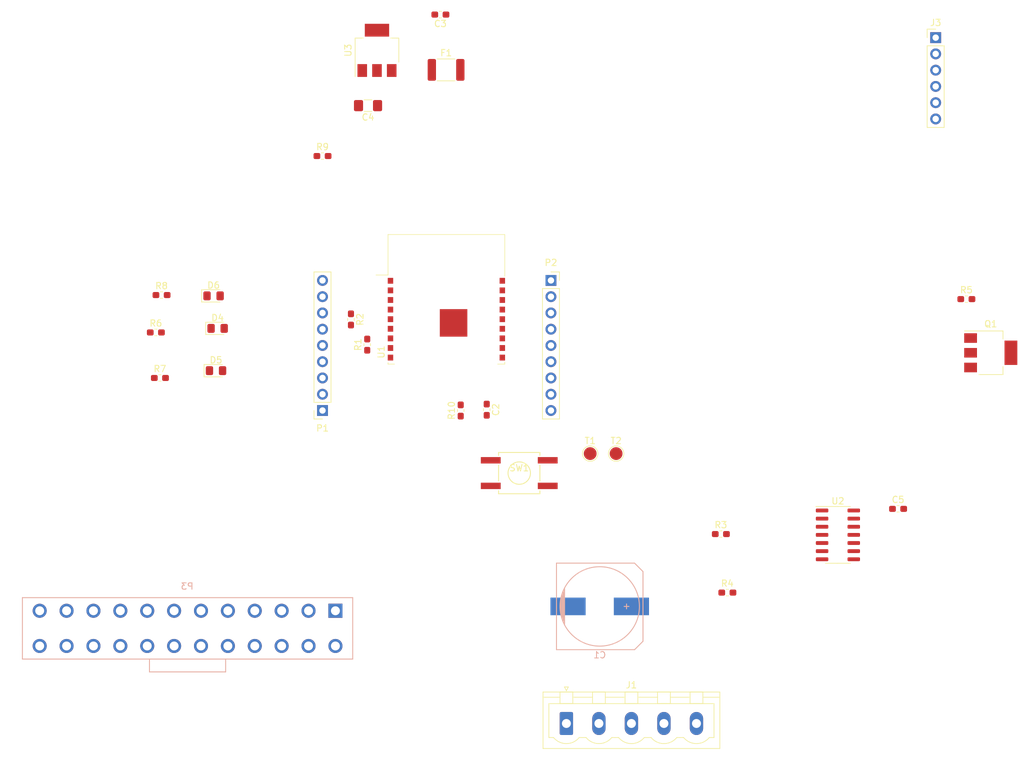
<source format=kicad_pcb>
(kicad_pcb (version 20171130) (host pcbnew 5.1.5+dfsg1-2build2)

  (general
    (thickness 1.6)
    (drawings 0)
    (tracks 0)
    (zones 0)
    (modules 31)
    (nets 40)
  )

  (page A4)
  (layers
    (0 F.Cu signal)
    (31 B.Cu signal)
    (32 B.Adhes user)
    (33 F.Adhes user)
    (34 B.Paste user)
    (35 F.Paste user)
    (36 B.SilkS user)
    (37 F.SilkS user)
    (38 B.Mask user)
    (39 F.Mask user)
    (40 Dwgs.User user)
    (41 Cmts.User user)
    (42 Eco1.User user)
    (43 Eco2.User user)
    (44 Edge.Cuts user)
    (45 Margin user)
    (46 B.CrtYd user)
    (47 F.CrtYd user)
    (48 B.Fab user)
    (49 F.Fab user)
  )

  (setup
    (last_trace_width 0.25)
    (trace_clearance 0.2)
    (zone_clearance 0.508)
    (zone_45_only no)
    (trace_min 0.2)
    (via_size 0.8)
    (via_drill 0.4)
    (via_min_size 0.4)
    (via_min_drill 0.3)
    (uvia_size 0.3)
    (uvia_drill 0.1)
    (uvias_allowed no)
    (uvia_min_size 0.2)
    (uvia_min_drill 0.1)
    (edge_width 0.05)
    (segment_width 0.2)
    (pcb_text_width 0.3)
    (pcb_text_size 1.5 1.5)
    (mod_edge_width 0.12)
    (mod_text_size 1 1)
    (mod_text_width 0.15)
    (pad_size 1.524 1.524)
    (pad_drill 0.762)
    (pad_to_mask_clearance 0.051)
    (solder_mask_min_width 0.25)
    (aux_axis_origin 0 0)
    (visible_elements FFFFFF7F)
    (pcbplotparams
      (layerselection 0x010fc_ffffffff)
      (usegerberextensions false)
      (usegerberattributes false)
      (usegerberadvancedattributes false)
      (creategerberjobfile false)
      (excludeedgelayer true)
      (linewidth 0.100000)
      (plotframeref false)
      (viasonmask false)
      (mode 1)
      (useauxorigin false)
      (hpglpennumber 1)
      (hpglpenspeed 20)
      (hpglpendiameter 15.000000)
      (psnegative false)
      (psa4output false)
      (plotreference true)
      (plotvalue true)
      (plotinvisibletext false)
      (padsonsilk false)
      (subtractmaskfromsilk false)
      (outputformat 1)
      (mirror false)
      (drillshape 1)
      (scaleselection 1)
      (outputdirectory ""))
  )

  (net 0 "")
  (net 1 "Net-(C1-Pad1)")
  (net 2 GND)
  (net 3 /BaseESP8266/IO4)
  (net 4 "Net-(C3-Pad1)")
  (net 5 +3V3)
  (net 6 "Net-(D4-Pad1)")
  (net 7 /BaseESP8266/IO12)
  (net 8 /BaseESP8266/IO13)
  (net 9 "Net-(D5-Pad1)")
  (net 10 "Net-(D6-Pad1)")
  (net 11 /BaseESP8266/IO14)
  (net 12 "Net-(J1-Pad2)")
  (net 13 "Net-(J1-Pad3)")
  (net 14 "Net-(J3-Pad2)")
  (net 15 "Net-(J3-Pad6)")
  (net 16 "Net-(P3-Pad16)")
  (net 17 "Net-(Q1-Pad1)")
  (net 18 /BaseESP8266/IO15)
  (net 19 LED_Data)
  (net 20 "Net-(R3-Pad1)")
  (net 21 "Net-(R4-Pad1)")
  (net 22 /BaseESP8266/RST)
  (net 23 LED_Clk)
  (net 24 "Net-(U2-Pad8)")
  (net 25 "Net-(U2-Pad9)")
  (net 26 "Net-(U2-Pad11)")
  (net 27 "Net-(U2-Pad12)")
  (net 28 /BaseESP8266/IO16)
  (net 29 /BaseESP8266/TOUT)
  (net 30 /BaseESP8266/IO5)
  (net 31 /BaseESP8266/TXD)
  (net 32 /BaseESP8266/RXD)
  (net 33 "Net-(F1-Pad2)")
  (net 34 "Net-(P3-Pad1)")
  (net 35 +5V)
  (net 36 "Net-(P3-Pad8)")
  (net 37 "Net-(P3-Pad10)")
  (net 38 "Net-(P3-Pad14)")
  (net 39 "Net-(P3-Pad20)")

  (net_class Default "This is the default net class."
    (clearance 0.2)
    (trace_width 0.25)
    (via_dia 0.8)
    (via_drill 0.4)
    (uvia_dia 0.3)
    (uvia_drill 0.1)
    (add_net +3V3)
    (add_net +5V)
    (add_net /BaseESP8266/IO12)
    (add_net /BaseESP8266/IO13)
    (add_net /BaseESP8266/IO14)
    (add_net /BaseESP8266/IO15)
    (add_net /BaseESP8266/IO16)
    (add_net /BaseESP8266/IO4)
    (add_net /BaseESP8266/IO5)
    (add_net /BaseESP8266/RST)
    (add_net /BaseESP8266/RXD)
    (add_net /BaseESP8266/TOUT)
    (add_net /BaseESP8266/TXD)
    (add_net GND)
    (add_net LED_Clk)
    (add_net LED_Data)
    (add_net "Net-(C1-Pad1)")
    (add_net "Net-(C3-Pad1)")
    (add_net "Net-(D4-Pad1)")
    (add_net "Net-(D5-Pad1)")
    (add_net "Net-(D6-Pad1)")
    (add_net "Net-(F1-Pad2)")
    (add_net "Net-(J1-Pad2)")
    (add_net "Net-(J1-Pad3)")
    (add_net "Net-(J3-Pad2)")
    (add_net "Net-(J3-Pad6)")
    (add_net "Net-(P3-Pad1)")
    (add_net "Net-(P3-Pad10)")
    (add_net "Net-(P3-Pad14)")
    (add_net "Net-(P3-Pad16)")
    (add_net "Net-(P3-Pad20)")
    (add_net "Net-(P3-Pad8)")
    (add_net "Net-(Q1-Pad1)")
    (add_net "Net-(R3-Pad1)")
    (add_net "Net-(R4-Pad1)")
    (add_net "Net-(U2-Pad11)")
    (add_net "Net-(U2-Pad12)")
    (add_net "Net-(U2-Pad8)")
    (add_net "Net-(U2-Pad9)")
  )

  (module mcqn-kicad-lib:c_elec_12.5x12.5 (layer B.Cu) (tedit 58014299) (tstamp 5F94A3F0)
    (at 130.175 166.243)
    (descr "SMT capacitor, aluminium electrolytic, 10x10")
    (path /5F942FA9)
    (fp_text reference C1 (at 0 7.592) (layer B.SilkS)
      (effects (font (size 1 1) (thickness 0.15)) (justify mirror))
    )
    (fp_text value 1000uF (at 0 -7.592) (layer B.Fab)
      (effects (font (size 1 1) (thickness 0.15)) (justify mirror))
    )
    (fp_line (start 4.191 0.381) (end 4.191 -0.381) (layer B.SilkS) (width 0.15))
    (fp_line (start 4.572 0) (end 3.81 0) (layer B.SilkS) (width 0.15))
    (fp_line (start 5.445 6.757) (end -6.757 6.757) (layer B.SilkS) (width 0.15))
    (fp_line (start 6.757 5.445) (end 5.445 6.757) (layer B.SilkS) (width 0.15))
    (fp_line (start 6.757 -5.445) (end 6.757 5.445) (layer B.SilkS) (width 0.15))
    (fp_line (start 5.445 -6.757) (end 6.757 -5.445) (layer B.SilkS) (width 0.15))
    (fp_line (start -6.757 -6.757) (end 5.445 -6.757) (layer B.SilkS) (width 0.15))
    (fp_line (start -6.757 6.757) (end -6.757 -6.757) (layer B.SilkS) (width 0.15))
    (fp_circle (center 0 0) (end 6.203 0) (layer B.SilkS) (width 0.15))
    (fp_line (start -5.621 2.54) (end -5.621 -2.54) (layer B.SilkS) (width 0.15))
    (fp_line (start -5.718 -2.413) (end -5.718 2.413) (layer B.SilkS) (width 0.15))
    (fp_line (start -5.795 2.159) (end -5.795 -2.159) (layer B.SilkS) (width 0.15))
    (fp_line (start -5.872 -1.778) (end -5.872 1.778) (layer B.SilkS) (width 0.15))
    (fp_line (start -5.999 1.397) (end -5.999 -1.524) (layer B.SilkS) (width 0.15))
    (fp_line (start -6.096 -1.016) (end -6.096 1.016) (layer B.SilkS) (width 0.15))
    (fp_line (start -5.49 2.84) (end -5.49 -2.84) (layer B.SilkS) (width 0.15))
    (pad 1 smd rect (at 4.9505 0) (size 5.5005 2.7503) (layers B.Cu B.Paste B.Mask)
      (net 1 "Net-(C1-Pad1)"))
    (pad 2 smd rect (at -4.9505 0) (size 5.5005 2.7503) (layers B.Cu B.Paste B.Mask)
      (net 2 GND))
    (model Capacitors_SMD.3dshapes/c_elec_10x10.wrl
      (at (xyz 0 0 0))
      (scale (xyz 1 1 1))
      (rotate (xyz 0 0 0))
    )
  )

  (module Capacitor_SMD:C_0603_1608Metric_Pad1.05x0.95mm_HandSolder (layer F.Cu) (tedit 5B301BBE) (tstamp 5F94A38B)
    (at 112.522 135.509 270)
    (descr "Capacitor SMD 0603 (1608 Metric), square (rectangular) end terminal, IPC_7351 nominal with elongated pad for handsoldering. (Body size source: http://www.tortai-tech.com/upload/download/2011102023233369053.pdf), generated with kicad-footprint-generator")
    (tags "capacitor handsolder")
    (path /5F8DAD46/5F9FDA30)
    (attr smd)
    (fp_text reference C2 (at 0 -1.43 90) (layer F.SilkS)
      (effects (font (size 1 1) (thickness 0.15)))
    )
    (fp_text value C47nF (at 0 1.43 90) (layer F.Fab)
      (effects (font (size 1 1) (thickness 0.15)))
    )
    (fp_line (start -0.8 0.4) (end -0.8 -0.4) (layer F.Fab) (width 0.1))
    (fp_line (start -0.8 -0.4) (end 0.8 -0.4) (layer F.Fab) (width 0.1))
    (fp_line (start 0.8 -0.4) (end 0.8 0.4) (layer F.Fab) (width 0.1))
    (fp_line (start 0.8 0.4) (end -0.8 0.4) (layer F.Fab) (width 0.1))
    (fp_line (start -0.171267 -0.51) (end 0.171267 -0.51) (layer F.SilkS) (width 0.12))
    (fp_line (start -0.171267 0.51) (end 0.171267 0.51) (layer F.SilkS) (width 0.12))
    (fp_line (start -1.65 0.73) (end -1.65 -0.73) (layer F.CrtYd) (width 0.05))
    (fp_line (start -1.65 -0.73) (end 1.65 -0.73) (layer F.CrtYd) (width 0.05))
    (fp_line (start 1.65 -0.73) (end 1.65 0.73) (layer F.CrtYd) (width 0.05))
    (fp_line (start 1.65 0.73) (end -1.65 0.73) (layer F.CrtYd) (width 0.05))
    (fp_text user %R (at 0 0 90) (layer F.Fab)
      (effects (font (size 0.4 0.4) (thickness 0.06)))
    )
    (pad 1 smd roundrect (at -0.875 0 270) (size 1.05 0.95) (layers F.Cu F.Paste F.Mask) (roundrect_rratio 0.25)
      (net 3 /BaseESP8266/IO4))
    (pad 2 smd roundrect (at 0.875 0 270) (size 1.05 0.95) (layers F.Cu F.Paste F.Mask) (roundrect_rratio 0.25)
      (net 2 GND))
    (model ${KISYS3DMOD}/Capacitor_SMD.3dshapes/C_0603_1608Metric.wrl
      (at (xyz 0 0 0))
      (scale (xyz 1 1 1))
      (rotate (xyz 0 0 0))
    )
  )

  (module Capacitor_SMD:C_0603_1608Metric_Pad1.05x0.95mm_HandSolder (layer F.Cu) (tedit 5B301BBE) (tstamp 5F94A3BB)
    (at 105.283 73.787 180)
    (descr "Capacitor SMD 0603 (1608 Metric), square (rectangular) end terminal, IPC_7351 nominal with elongated pad for handsoldering. (Body size source: http://www.tortai-tech.com/upload/download/2011102023233369053.pdf), generated with kicad-footprint-generator")
    (tags "capacitor handsolder")
    (path /5F90ADAE)
    (attr smd)
    (fp_text reference C3 (at 0 -1.43) (layer F.SilkS)
      (effects (font (size 1 1) (thickness 0.15)))
    )
    (fp_text value 0.1uF (at 0 1.43) (layer F.Fab)
      (effects (font (size 1 1) (thickness 0.15)))
    )
    (fp_line (start -0.8 0.4) (end -0.8 -0.4) (layer F.Fab) (width 0.1))
    (fp_line (start -0.8 -0.4) (end 0.8 -0.4) (layer F.Fab) (width 0.1))
    (fp_line (start 0.8 -0.4) (end 0.8 0.4) (layer F.Fab) (width 0.1))
    (fp_line (start 0.8 0.4) (end -0.8 0.4) (layer F.Fab) (width 0.1))
    (fp_line (start -0.171267 -0.51) (end 0.171267 -0.51) (layer F.SilkS) (width 0.12))
    (fp_line (start -0.171267 0.51) (end 0.171267 0.51) (layer F.SilkS) (width 0.12))
    (fp_line (start -1.65 0.73) (end -1.65 -0.73) (layer F.CrtYd) (width 0.05))
    (fp_line (start -1.65 -0.73) (end 1.65 -0.73) (layer F.CrtYd) (width 0.05))
    (fp_line (start 1.65 -0.73) (end 1.65 0.73) (layer F.CrtYd) (width 0.05))
    (fp_line (start 1.65 0.73) (end -1.65 0.73) (layer F.CrtYd) (width 0.05))
    (fp_text user %R (at 0 0) (layer F.Fab)
      (effects (font (size 0.4 0.4) (thickness 0.06)))
    )
    (pad 1 smd roundrect (at -0.875 0 180) (size 1.05 0.95) (layers F.Cu F.Paste F.Mask) (roundrect_rratio 0.25)
      (net 4 "Net-(C3-Pad1)"))
    (pad 2 smd roundrect (at 0.875 0 180) (size 1.05 0.95) (layers F.Cu F.Paste F.Mask) (roundrect_rratio 0.25)
      (net 2 GND))
    (model ${KISYS3DMOD}/Capacitor_SMD.3dshapes/C_0603_1608Metric.wrl
      (at (xyz 0 0 0))
      (scale (xyz 1 1 1))
      (rotate (xyz 0 0 0))
    )
  )

  (module Capacitor_SMD:C_0603_1608Metric_Pad1.05x0.95mm_HandSolder (layer F.Cu) (tedit 5B301BBE) (tstamp 5F94A535)
    (at 176.784 151.003)
    (descr "Capacitor SMD 0603 (1608 Metric), square (rectangular) end terminal, IPC_7351 nominal with elongated pad for handsoldering. (Body size source: http://www.tortai-tech.com/upload/download/2011102023233369053.pdf), generated with kicad-footprint-generator")
    (tags "capacitor handsolder")
    (path /5F900C18)
    (attr smd)
    (fp_text reference C5 (at 0 -1.43) (layer F.SilkS)
      (effects (font (size 1 1) (thickness 0.15)))
    )
    (fp_text value 0.1uF (at 0 1.43) (layer F.Fab)
      (effects (font (size 1 1) (thickness 0.15)))
    )
    (fp_text user %R (at 0 0) (layer F.Fab)
      (effects (font (size 0.4 0.4) (thickness 0.06)))
    )
    (fp_line (start 1.65 0.73) (end -1.65 0.73) (layer F.CrtYd) (width 0.05))
    (fp_line (start 1.65 -0.73) (end 1.65 0.73) (layer F.CrtYd) (width 0.05))
    (fp_line (start -1.65 -0.73) (end 1.65 -0.73) (layer F.CrtYd) (width 0.05))
    (fp_line (start -1.65 0.73) (end -1.65 -0.73) (layer F.CrtYd) (width 0.05))
    (fp_line (start -0.171267 0.51) (end 0.171267 0.51) (layer F.SilkS) (width 0.12))
    (fp_line (start -0.171267 -0.51) (end 0.171267 -0.51) (layer F.SilkS) (width 0.12))
    (fp_line (start 0.8 0.4) (end -0.8 0.4) (layer F.Fab) (width 0.1))
    (fp_line (start 0.8 -0.4) (end 0.8 0.4) (layer F.Fab) (width 0.1))
    (fp_line (start -0.8 -0.4) (end 0.8 -0.4) (layer F.Fab) (width 0.1))
    (fp_line (start -0.8 0.4) (end -0.8 -0.4) (layer F.Fab) (width 0.1))
    (pad 2 smd roundrect (at 0.875 0) (size 1.05 0.95) (layers F.Cu F.Paste F.Mask) (roundrect_rratio 0.25)
      (net 2 GND))
    (pad 1 smd roundrect (at -0.875 0) (size 1.05 0.95) (layers F.Cu F.Paste F.Mask) (roundrect_rratio 0.25)
      (net 1 "Net-(C1-Pad1)"))
    (model ${KISYS3DMOD}/Capacitor_SMD.3dshapes/C_0603_1608Metric.wrl
      (at (xyz 0 0 0))
      (scale (xyz 1 1 1))
      (rotate (xyz 0 0 0))
    )
  )

  (module LED_SMD:LED_0805_2012Metric_Pad1.15x1.40mm_HandSolder (layer F.Cu) (tedit 5B4B45C9) (tstamp 5F94A42C)
    (at 70.485 122.809)
    (descr "LED SMD 0805 (2012 Metric), square (rectangular) end terminal, IPC_7351 nominal, (Body size source: https://docs.google.com/spreadsheets/d/1BsfQQcO9C6DZCsRaXUlFlo91Tg2WpOkGARC1WS5S8t0/edit?usp=sharing), generated with kicad-footprint-generator")
    (tags "LED handsolder")
    (path /5F8DAD46/5F9FDA5A)
    (attr smd)
    (fp_text reference D4 (at 0 -1.65) (layer F.SilkS)
      (effects (font (size 1 1) (thickness 0.15)))
    )
    (fp_text value LED (at 0 1.65) (layer F.Fab)
      (effects (font (size 1 1) (thickness 0.15)))
    )
    (fp_line (start 1 -0.6) (end -0.7 -0.6) (layer F.Fab) (width 0.1))
    (fp_line (start -0.7 -0.6) (end -1 -0.3) (layer F.Fab) (width 0.1))
    (fp_line (start -1 -0.3) (end -1 0.6) (layer F.Fab) (width 0.1))
    (fp_line (start -1 0.6) (end 1 0.6) (layer F.Fab) (width 0.1))
    (fp_line (start 1 0.6) (end 1 -0.6) (layer F.Fab) (width 0.1))
    (fp_line (start 1 -0.96) (end -1.86 -0.96) (layer F.SilkS) (width 0.12))
    (fp_line (start -1.86 -0.96) (end -1.86 0.96) (layer F.SilkS) (width 0.12))
    (fp_line (start -1.86 0.96) (end 1 0.96) (layer F.SilkS) (width 0.12))
    (fp_line (start -1.85 0.95) (end -1.85 -0.95) (layer F.CrtYd) (width 0.05))
    (fp_line (start -1.85 -0.95) (end 1.85 -0.95) (layer F.CrtYd) (width 0.05))
    (fp_line (start 1.85 -0.95) (end 1.85 0.95) (layer F.CrtYd) (width 0.05))
    (fp_line (start 1.85 0.95) (end -1.85 0.95) (layer F.CrtYd) (width 0.05))
    (fp_text user %R (at 0 0) (layer F.Fab)
      (effects (font (size 0.5 0.5) (thickness 0.08)))
    )
    (pad 1 smd roundrect (at -1.025 0) (size 1.15 1.4) (layers F.Cu F.Paste F.Mask) (roundrect_rratio 0.217391)
      (net 6 "Net-(D4-Pad1)"))
    (pad 2 smd roundrect (at 1.025 0) (size 1.15 1.4) (layers F.Cu F.Paste F.Mask) (roundrect_rratio 0.217391)
      (net 7 /BaseESP8266/IO12))
    (model ${KISYS3DMOD}/LED_SMD.3dshapes/LED_0805_2012Metric.wrl
      (at (xyz 0 0 0))
      (scale (xyz 1 1 1))
      (rotate (xyz 0 0 0))
    )
  )

  (module LED_SMD:LED_0805_2012Metric_Pad1.15x1.40mm_HandSolder (layer F.Cu) (tedit 5B4B45C9) (tstamp 5F94A4A1)
    (at 70.231 129.413)
    (descr "LED SMD 0805 (2012 Metric), square (rectangular) end terminal, IPC_7351 nominal, (Body size source: https://docs.google.com/spreadsheets/d/1BsfQQcO9C6DZCsRaXUlFlo91Tg2WpOkGARC1WS5S8t0/edit?usp=sharing), generated with kicad-footprint-generator")
    (tags "LED handsolder")
    (path /5F8DAD46/5F9FDA54)
    (attr smd)
    (fp_text reference D5 (at 0 -1.65) (layer F.SilkS)
      (effects (font (size 1 1) (thickness 0.15)))
    )
    (fp_text value LED (at 0 1.65) (layer F.Fab)
      (effects (font (size 1 1) (thickness 0.15)))
    )
    (fp_text user %R (at 0 0) (layer F.Fab)
      (effects (font (size 0.5 0.5) (thickness 0.08)))
    )
    (fp_line (start 1.85 0.95) (end -1.85 0.95) (layer F.CrtYd) (width 0.05))
    (fp_line (start 1.85 -0.95) (end 1.85 0.95) (layer F.CrtYd) (width 0.05))
    (fp_line (start -1.85 -0.95) (end 1.85 -0.95) (layer F.CrtYd) (width 0.05))
    (fp_line (start -1.85 0.95) (end -1.85 -0.95) (layer F.CrtYd) (width 0.05))
    (fp_line (start -1.86 0.96) (end 1 0.96) (layer F.SilkS) (width 0.12))
    (fp_line (start -1.86 -0.96) (end -1.86 0.96) (layer F.SilkS) (width 0.12))
    (fp_line (start 1 -0.96) (end -1.86 -0.96) (layer F.SilkS) (width 0.12))
    (fp_line (start 1 0.6) (end 1 -0.6) (layer F.Fab) (width 0.1))
    (fp_line (start -1 0.6) (end 1 0.6) (layer F.Fab) (width 0.1))
    (fp_line (start -1 -0.3) (end -1 0.6) (layer F.Fab) (width 0.1))
    (fp_line (start -0.7 -0.6) (end -1 -0.3) (layer F.Fab) (width 0.1))
    (fp_line (start 1 -0.6) (end -0.7 -0.6) (layer F.Fab) (width 0.1))
    (pad 2 smd roundrect (at 1.025 0) (size 1.15 1.4) (layers F.Cu F.Paste F.Mask) (roundrect_rratio 0.217391)
      (net 8 /BaseESP8266/IO13))
    (pad 1 smd roundrect (at -1.025 0) (size 1.15 1.4) (layers F.Cu F.Paste F.Mask) (roundrect_rratio 0.217391)
      (net 9 "Net-(D5-Pad1)"))
    (model ${KISYS3DMOD}/LED_SMD.3dshapes/LED_0805_2012Metric.wrl
      (at (xyz 0 0 0))
      (scale (xyz 1 1 1))
      (rotate (xyz 0 0 0))
    )
  )

  (module LED_SMD:LED_0805_2012Metric_Pad1.15x1.40mm_HandSolder (layer F.Cu) (tedit 5B4B45C9) (tstamp 5F94A2C7)
    (at 69.85 117.729)
    (descr "LED SMD 0805 (2012 Metric), square (rectangular) end terminal, IPC_7351 nominal, (Body size source: https://docs.google.com/spreadsheets/d/1BsfQQcO9C6DZCsRaXUlFlo91Tg2WpOkGARC1WS5S8t0/edit?usp=sharing), generated with kicad-footprint-generator")
    (tags "LED handsolder")
    (path /5F8DAD46/5F9FDA4E)
    (attr smd)
    (fp_text reference D6 (at 0 -1.65) (layer F.SilkS)
      (effects (font (size 1 1) (thickness 0.15)))
    )
    (fp_text value LED (at 0 1.65) (layer F.Fab)
      (effects (font (size 1 1) (thickness 0.15)))
    )
    (fp_line (start 1 -0.6) (end -0.7 -0.6) (layer F.Fab) (width 0.1))
    (fp_line (start -0.7 -0.6) (end -1 -0.3) (layer F.Fab) (width 0.1))
    (fp_line (start -1 -0.3) (end -1 0.6) (layer F.Fab) (width 0.1))
    (fp_line (start -1 0.6) (end 1 0.6) (layer F.Fab) (width 0.1))
    (fp_line (start 1 0.6) (end 1 -0.6) (layer F.Fab) (width 0.1))
    (fp_line (start 1 -0.96) (end -1.86 -0.96) (layer F.SilkS) (width 0.12))
    (fp_line (start -1.86 -0.96) (end -1.86 0.96) (layer F.SilkS) (width 0.12))
    (fp_line (start -1.86 0.96) (end 1 0.96) (layer F.SilkS) (width 0.12))
    (fp_line (start -1.85 0.95) (end -1.85 -0.95) (layer F.CrtYd) (width 0.05))
    (fp_line (start -1.85 -0.95) (end 1.85 -0.95) (layer F.CrtYd) (width 0.05))
    (fp_line (start 1.85 -0.95) (end 1.85 0.95) (layer F.CrtYd) (width 0.05))
    (fp_line (start 1.85 0.95) (end -1.85 0.95) (layer F.CrtYd) (width 0.05))
    (fp_text user %R (at 0 0) (layer F.Fab)
      (effects (font (size 0.5 0.5) (thickness 0.08)))
    )
    (pad 1 smd roundrect (at -1.025 0) (size 1.15 1.4) (layers F.Cu F.Paste F.Mask) (roundrect_rratio 0.217391)
      (net 10 "Net-(D6-Pad1)"))
    (pad 2 smd roundrect (at 1.025 0) (size 1.15 1.4) (layers F.Cu F.Paste F.Mask) (roundrect_rratio 0.217391)
      (net 11 /BaseESP8266/IO14))
    (model ${KISYS3DMOD}/LED_SMD.3dshapes/LED_0805_2012Metric.wrl
      (at (xyz 0 0 0))
      (scale (xyz 1 1 1))
      (rotate (xyz 0 0 0))
    )
  )

  (module Connector_Phoenix_MSTB:PhoenixContact_MSTBVA_2,5_5-G-5,08_1x05_P5.08mm_Vertical (layer F.Cu) (tedit 5B785047) (tstamp 5F94A5F8)
    (at 124.968 184.531)
    (descr "Generic Phoenix Contact connector footprint for: MSTBVA_2,5/5-G-5,08; number of pins: 05; pin pitch: 5.08mm; Vertical || order number: 1755765 12A || order number: 1924334 16A (HC)")
    (tags "phoenix_contact connector MSTBVA_01x05_G_5.08mm")
    (path /5F8F55BB)
    (fp_text reference J1 (at 10.16 -6) (layer F.SilkS)
      (effects (font (size 1 1) (thickness 0.15)))
    )
    (fp_text value APA102 (at 10.16 5) (layer F.Fab)
      (effects (font (size 1 1) (thickness 0.15)))
    )
    (fp_arc (start 0 0.55) (end -2 2.2) (angle -100.5) (layer F.SilkS) (width 0.12))
    (fp_arc (start 5.08 0.55) (end 3.08 2.2) (angle -100.5) (layer F.SilkS) (width 0.12))
    (fp_arc (start 10.16 0.55) (end 8.16 2.2) (angle -100.5) (layer F.SilkS) (width 0.12))
    (fp_arc (start 15.24 0.55) (end 13.24 2.2) (angle -100.5) (layer F.SilkS) (width 0.12))
    (fp_arc (start 20.32 0.55) (end 18.32 2.2) (angle -100.5) (layer F.SilkS) (width 0.12))
    (fp_line (start -3.65 -4.91) (end -3.65 3.91) (layer F.SilkS) (width 0.12))
    (fp_line (start -3.65 3.91) (end 23.97 3.91) (layer F.SilkS) (width 0.12))
    (fp_line (start 23.97 3.91) (end 23.97 -4.91) (layer F.SilkS) (width 0.12))
    (fp_line (start 23.97 -4.91) (end -3.65 -4.91) (layer F.SilkS) (width 0.12))
    (fp_line (start -3.54 -4.8) (end -3.54 3.8) (layer F.Fab) (width 0.1))
    (fp_line (start -3.54 3.8) (end 23.86 3.8) (layer F.Fab) (width 0.1))
    (fp_line (start 23.86 3.8) (end 23.86 -4.8) (layer F.Fab) (width 0.1))
    (fp_line (start 23.86 -4.8) (end -3.54 -4.8) (layer F.Fab) (width 0.1))
    (fp_line (start -3.65 -4.1) (end -1.11 -4.1) (layer F.SilkS) (width 0.12))
    (fp_line (start 23.97 -4.1) (end 21.43 -4.1) (layer F.SilkS) (width 0.12))
    (fp_line (start 1 -4.1) (end 4.08 -4.1) (layer F.SilkS) (width 0.12))
    (fp_line (start 6.08 -4.1) (end 9.16 -4.1) (layer F.SilkS) (width 0.12))
    (fp_line (start 11.16 -4.1) (end 14.24 -4.1) (layer F.SilkS) (width 0.12))
    (fp_line (start 16.24 -4.1) (end 19.32 -4.1) (layer F.SilkS) (width 0.12))
    (fp_line (start -1 -3.1) (end -1 -4.91) (layer F.SilkS) (width 0.12))
    (fp_line (start -1 -4.91) (end 1 -4.91) (layer F.SilkS) (width 0.12))
    (fp_line (start 1 -4.91) (end 1 -3.1) (layer F.SilkS) (width 0.12))
    (fp_line (start 1 -3.1) (end -1 -3.1) (layer F.SilkS) (width 0.12))
    (fp_line (start 4.08 -3.1) (end 4.08 -4.91) (layer F.SilkS) (width 0.12))
    (fp_line (start 4.08 -4.91) (end 6.08 -4.91) (layer F.SilkS) (width 0.12))
    (fp_line (start 6.08 -4.91) (end 6.08 -3.1) (layer F.SilkS) (width 0.12))
    (fp_line (start 6.08 -3.1) (end 4.08 -3.1) (layer F.SilkS) (width 0.12))
    (fp_line (start 9.16 -3.1) (end 9.16 -4.91) (layer F.SilkS) (width 0.12))
    (fp_line (start 9.16 -4.91) (end 11.16 -4.91) (layer F.SilkS) (width 0.12))
    (fp_line (start 11.16 -4.91) (end 11.16 -3.1) (layer F.SilkS) (width 0.12))
    (fp_line (start 11.16 -3.1) (end 9.16 -3.1) (layer F.SilkS) (width 0.12))
    (fp_line (start 14.24 -3.1) (end 14.24 -4.91) (layer F.SilkS) (width 0.12))
    (fp_line (start 14.24 -4.91) (end 16.24 -4.91) (layer F.SilkS) (width 0.12))
    (fp_line (start 16.24 -4.91) (end 16.24 -3.1) (layer F.SilkS) (width 0.12))
    (fp_line (start 16.24 -3.1) (end 14.24 -3.1) (layer F.SilkS) (width 0.12))
    (fp_line (start 19.32 -3.1) (end 19.32 -4.91) (layer F.SilkS) (width 0.12))
    (fp_line (start 19.32 -4.91) (end 21.32 -4.91) (layer F.SilkS) (width 0.12))
    (fp_line (start 21.32 -4.91) (end 21.32 -3.1) (layer F.SilkS) (width 0.12))
    (fp_line (start 21.32 -3.1) (end 19.32 -3.1) (layer F.SilkS) (width 0.12))
    (fp_line (start 2 2.2) (end 3.08 2.2) (layer F.SilkS) (width 0.12))
    (fp_line (start 7.08 2.2) (end 8.16 2.2) (layer F.SilkS) (width 0.12))
    (fp_line (start 12.16 2.2) (end 13.24 2.2) (layer F.SilkS) (width 0.12))
    (fp_line (start 17.24 2.2) (end 18.32 2.2) (layer F.SilkS) (width 0.12))
    (fp_line (start -2 2.2) (end -2.74 2.2) (layer F.SilkS) (width 0.12))
    (fp_line (start -2.74 2.2) (end -2.74 -3.1) (layer F.SilkS) (width 0.12))
    (fp_line (start -2.74 -3.1) (end 23.06 -3.1) (layer F.SilkS) (width 0.12))
    (fp_line (start 23.06 -3.1) (end 23.06 2.2) (layer F.SilkS) (width 0.12))
    (fp_line (start 23.06 2.2) (end 22.32 2.2) (layer F.SilkS) (width 0.12))
    (fp_line (start -4.04 -5.3) (end -4.04 4.3) (layer F.CrtYd) (width 0.05))
    (fp_line (start -4.04 4.3) (end 24.36 4.3) (layer F.CrtYd) (width 0.05))
    (fp_line (start 24.36 4.3) (end 24.36 -5.3) (layer F.CrtYd) (width 0.05))
    (fp_line (start 24.36 -5.3) (end -4.04 -5.3) (layer F.CrtYd) (width 0.05))
    (fp_line (start 0.3 -5.71) (end 0 -5.11) (layer F.SilkS) (width 0.12))
    (fp_line (start 0 -5.11) (end -0.3 -5.71) (layer F.SilkS) (width 0.12))
    (fp_line (start -0.3 -5.71) (end 0.3 -5.71) (layer F.SilkS) (width 0.12))
    (fp_line (start 0.5 -3.55) (end 0 -2.55) (layer F.Fab) (width 0.1))
    (fp_line (start 0 -2.55) (end -0.5 -3.55) (layer F.Fab) (width 0.1))
    (fp_line (start -0.5 -3.55) (end 0.5 -3.55) (layer F.Fab) (width 0.1))
    (fp_text user %R (at 10.16 -4.1) (layer F.Fab)
      (effects (font (size 1 1) (thickness 0.15)))
    )
    (pad 1 thru_hole roundrect (at 0 0) (size 2.08 3.6) (drill 1.4) (layers *.Cu *.Mask) (roundrect_rratio 0.120192)
      (net 1 "Net-(C1-Pad1)"))
    (pad 2 thru_hole oval (at 5.08 0) (size 2.08 3.6) (drill 1.4) (layers *.Cu *.Mask)
      (net 12 "Net-(J1-Pad2)"))
    (pad 3 thru_hole oval (at 10.16 0) (size 2.08 3.6) (drill 1.4) (layers *.Cu *.Mask)
      (net 13 "Net-(J1-Pad3)"))
    (pad 4 thru_hole oval (at 15.24 0) (size 2.08 3.6) (drill 1.4) (layers *.Cu *.Mask)
      (net 2 GND))
    (pad 5 thru_hole oval (at 20.32 0) (size 2.08 3.6) (drill 1.4) (layers *.Cu *.Mask))
    (model ${KISYS3DMOD}/Connector_Phoenix_MSTB.3dshapes/PhoenixContact_MSTBVA_2,5_5-G-5,08_1x05_P5.08mm_Vertical.wrl
      (at (xyz 0 0 0))
      (scale (xyz 1 1 1))
      (rotate (xyz 0 0 0))
    )
  )

  (module Connector_PinHeader_2.54mm:PinHeader_1x06_P2.54mm_Vertical (layer F.Cu) (tedit 59FED5CC) (tstamp 5F94A283)
    (at 182.659001 77.390001)
    (descr "Through hole straight pin header, 1x06, 2.54mm pitch, single row")
    (tags "Through hole pin header THT 1x06 2.54mm single row")
    (path /5F92E659)
    (fp_text reference J3 (at 0 -2.33) (layer F.SilkS)
      (effects (font (size 1 1) (thickness 0.15)))
    )
    (fp_text value Serial (at 0 15.03) (layer F.Fab)
      (effects (font (size 1 1) (thickness 0.15)))
    )
    (fp_line (start -0.635 -1.27) (end 1.27 -1.27) (layer F.Fab) (width 0.1))
    (fp_line (start 1.27 -1.27) (end 1.27 13.97) (layer F.Fab) (width 0.1))
    (fp_line (start 1.27 13.97) (end -1.27 13.97) (layer F.Fab) (width 0.1))
    (fp_line (start -1.27 13.97) (end -1.27 -0.635) (layer F.Fab) (width 0.1))
    (fp_line (start -1.27 -0.635) (end -0.635 -1.27) (layer F.Fab) (width 0.1))
    (fp_line (start -1.33 14.03) (end 1.33 14.03) (layer F.SilkS) (width 0.12))
    (fp_line (start -1.33 1.27) (end -1.33 14.03) (layer F.SilkS) (width 0.12))
    (fp_line (start 1.33 1.27) (end 1.33 14.03) (layer F.SilkS) (width 0.12))
    (fp_line (start -1.33 1.27) (end 1.33 1.27) (layer F.SilkS) (width 0.12))
    (fp_line (start -1.33 0) (end -1.33 -1.33) (layer F.SilkS) (width 0.12))
    (fp_line (start -1.33 -1.33) (end 0 -1.33) (layer F.SilkS) (width 0.12))
    (fp_line (start -1.8 -1.8) (end -1.8 14.5) (layer F.CrtYd) (width 0.05))
    (fp_line (start -1.8 14.5) (end 1.8 14.5) (layer F.CrtYd) (width 0.05))
    (fp_line (start 1.8 14.5) (end 1.8 -1.8) (layer F.CrtYd) (width 0.05))
    (fp_line (start 1.8 -1.8) (end -1.8 -1.8) (layer F.CrtYd) (width 0.05))
    (fp_text user %R (at 0 6.35 90) (layer F.Fab)
      (effects (font (size 1 1) (thickness 0.15)))
    )
    (pad 1 thru_hole rect (at 0 0) (size 1.7 1.7) (drill 1) (layers *.Cu *.Mask)
      (net 2 GND))
    (pad 2 thru_hole oval (at 0 2.54) (size 1.7 1.7) (drill 1) (layers *.Cu *.Mask)
      (net 14 "Net-(J3-Pad2)"))
    (pad 3 thru_hole oval (at 0 5.08) (size 1.7 1.7) (drill 1) (layers *.Cu *.Mask)
      (net 33 "Net-(F1-Pad2)"))
    (pad 4 thru_hole oval (at 0 7.62) (size 1.7 1.7) (drill 1) (layers *.Cu *.Mask)
      (net 32 /BaseESP8266/RXD))
    (pad 5 thru_hole oval (at 0 10.16) (size 1.7 1.7) (drill 1) (layers *.Cu *.Mask)
      (net 31 /BaseESP8266/TXD))
    (pad 6 thru_hole oval (at 0 12.7) (size 1.7 1.7) (drill 1) (layers *.Cu *.Mask)
      (net 15 "Net-(J3-Pad6)"))
    (model ${KISYS3DMOD}/Connector_PinHeader_2.54mm.3dshapes/PinHeader_1x06_P2.54mm_Vertical.wrl
      (at (xyz 0 0 0))
      (scale (xyz 1 1 1))
      (rotate (xyz 0 0 0))
    )
  )

  (module Package_TO_SOT_SMD:SOT-223-3_TabPin2 (layer F.Cu) (tedit 5A02FF57) (tstamp 5F94A465)
    (at 191.262 126.619)
    (descr "module CMS SOT223 4 pins")
    (tags "CMS SOT")
    (path /5F963FC6)
    (attr smd)
    (fp_text reference Q1 (at 0 -4.5) (layer F.SilkS)
      (effects (font (size 1 1) (thickness 0.15)))
    )
    (fp_text value NJT4031NT1G (at 0 4.5) (layer F.Fab)
      (effects (font (size 1 1) (thickness 0.15)))
    )
    (fp_text user %R (at 0 0 90) (layer F.Fab)
      (effects (font (size 0.8 0.8) (thickness 0.12)))
    )
    (fp_line (start 1.91 3.41) (end 1.91 2.15) (layer F.SilkS) (width 0.12))
    (fp_line (start 1.91 -3.41) (end 1.91 -2.15) (layer F.SilkS) (width 0.12))
    (fp_line (start 4.4 -3.6) (end -4.4 -3.6) (layer F.CrtYd) (width 0.05))
    (fp_line (start 4.4 3.6) (end 4.4 -3.6) (layer F.CrtYd) (width 0.05))
    (fp_line (start -4.4 3.6) (end 4.4 3.6) (layer F.CrtYd) (width 0.05))
    (fp_line (start -4.4 -3.6) (end -4.4 3.6) (layer F.CrtYd) (width 0.05))
    (fp_line (start -1.85 -2.35) (end -0.85 -3.35) (layer F.Fab) (width 0.1))
    (fp_line (start -1.85 -2.35) (end -1.85 3.35) (layer F.Fab) (width 0.1))
    (fp_line (start -1.85 3.41) (end 1.91 3.41) (layer F.SilkS) (width 0.12))
    (fp_line (start -0.85 -3.35) (end 1.85 -3.35) (layer F.Fab) (width 0.1))
    (fp_line (start -4.1 -3.41) (end 1.91 -3.41) (layer F.SilkS) (width 0.12))
    (fp_line (start -1.85 3.35) (end 1.85 3.35) (layer F.Fab) (width 0.1))
    (fp_line (start 1.85 -3.35) (end 1.85 3.35) (layer F.Fab) (width 0.1))
    (pad 2 smd rect (at 3.15 0) (size 2 3.8) (layers F.Cu F.Paste F.Mask)
      (net 16 "Net-(P3-Pad16)"))
    (pad 2 smd rect (at -3.15 0) (size 2 1.5) (layers F.Cu F.Paste F.Mask)
      (net 16 "Net-(P3-Pad16)"))
    (pad 3 smd rect (at -3.15 2.3) (size 2 1.5) (layers F.Cu F.Paste F.Mask)
      (net 2 GND))
    (pad 1 smd rect (at -3.15 -2.3) (size 2 1.5) (layers F.Cu F.Paste F.Mask)
      (net 17 "Net-(Q1-Pad1)"))
    (model ${KISYS3DMOD}/Package_TO_SOT_SMD.3dshapes/SOT-223.wrl
      (at (xyz 0 0 0))
      (scale (xyz 1 1 1))
      (rotate (xyz 0 0 0))
    )
  )

  (module Resistor_SMD:R_0603_1608Metric_Pad1.05x0.95mm_HandSolder (layer F.Cu) (tedit 5B301BBD) (tstamp 5F94A505)
    (at 93.853 125.349 90)
    (descr "Resistor SMD 0603 (1608 Metric), square (rectangular) end terminal, IPC_7351 nominal with elongated pad for handsoldering. (Body size source: http://www.tortai-tech.com/upload/download/2011102023233369053.pdf), generated with kicad-footprint-generator")
    (tags "resistor handsolder")
    (path /5F8DAD46/5F9FDA72)
    (attr smd)
    (fp_text reference R1 (at 0 -1.43 90) (layer F.SilkS)
      (effects (font (size 1 1) (thickness 0.15)))
    )
    (fp_text value R10k (at 0 1.43 90) (layer F.Fab)
      (effects (font (size 1 1) (thickness 0.15)))
    )
    (fp_line (start -0.8 0.4) (end -0.8 -0.4) (layer F.Fab) (width 0.1))
    (fp_line (start -0.8 -0.4) (end 0.8 -0.4) (layer F.Fab) (width 0.1))
    (fp_line (start 0.8 -0.4) (end 0.8 0.4) (layer F.Fab) (width 0.1))
    (fp_line (start 0.8 0.4) (end -0.8 0.4) (layer F.Fab) (width 0.1))
    (fp_line (start -0.171267 -0.51) (end 0.171267 -0.51) (layer F.SilkS) (width 0.12))
    (fp_line (start -0.171267 0.51) (end 0.171267 0.51) (layer F.SilkS) (width 0.12))
    (fp_line (start -1.65 0.73) (end -1.65 -0.73) (layer F.CrtYd) (width 0.05))
    (fp_line (start -1.65 -0.73) (end 1.65 -0.73) (layer F.CrtYd) (width 0.05))
    (fp_line (start 1.65 -0.73) (end 1.65 0.73) (layer F.CrtYd) (width 0.05))
    (fp_line (start 1.65 0.73) (end -1.65 0.73) (layer F.CrtYd) (width 0.05))
    (fp_text user %R (at 0 0 90) (layer F.Fab)
      (effects (font (size 0.4 0.4) (thickness 0.06)))
    )
    (pad 1 smd roundrect (at -0.875 0 90) (size 1.05 0.95) (layers F.Cu F.Paste F.Mask) (roundrect_rratio 0.25)
      (net 2 GND))
    (pad 2 smd roundrect (at 0.875 0 90) (size 1.05 0.95) (layers F.Cu F.Paste F.Mask) (roundrect_rratio 0.25)
      (net 18 /BaseESP8266/IO15))
    (model ${KISYS3DMOD}/Resistor_SMD.3dshapes/R_0603_1608Metric.wrl
      (at (xyz 0 0 0))
      (scale (xyz 1 1 1))
      (rotate (xyz 0 0 0))
    )
  )

  (module Resistor_SMD:R_0603_1608Metric_Pad1.05x0.95mm_HandSolder (layer F.Cu) (tedit 5B301BBD) (tstamp 5F94A595)
    (at 91.313 121.412 270)
    (descr "Resistor SMD 0603 (1608 Metric), square (rectangular) end terminal, IPC_7351 nominal with elongated pad for handsoldering. (Body size source: http://www.tortai-tech.com/upload/download/2011102023233369053.pdf), generated with kicad-footprint-generator")
    (tags "resistor handsolder")
    (path /5F8DAD46/5F9FDA90)
    (attr smd)
    (fp_text reference R2 (at 0 -1.43 90) (layer F.SilkS)
      (effects (font (size 1 1) (thickness 0.15)))
    )
    (fp_text value R10k (at 0 1.43 90) (layer F.Fab)
      (effects (font (size 1 1) (thickness 0.15)))
    )
    (fp_text user %R (at 0 0 90) (layer F.Fab)
      (effects (font (size 0.4 0.4) (thickness 0.06)))
    )
    (fp_line (start 1.65 0.73) (end -1.65 0.73) (layer F.CrtYd) (width 0.05))
    (fp_line (start 1.65 -0.73) (end 1.65 0.73) (layer F.CrtYd) (width 0.05))
    (fp_line (start -1.65 -0.73) (end 1.65 -0.73) (layer F.CrtYd) (width 0.05))
    (fp_line (start -1.65 0.73) (end -1.65 -0.73) (layer F.CrtYd) (width 0.05))
    (fp_line (start -0.171267 0.51) (end 0.171267 0.51) (layer F.SilkS) (width 0.12))
    (fp_line (start -0.171267 -0.51) (end 0.171267 -0.51) (layer F.SilkS) (width 0.12))
    (fp_line (start 0.8 0.4) (end -0.8 0.4) (layer F.Fab) (width 0.1))
    (fp_line (start 0.8 -0.4) (end 0.8 0.4) (layer F.Fab) (width 0.1))
    (fp_line (start -0.8 -0.4) (end 0.8 -0.4) (layer F.Fab) (width 0.1))
    (fp_line (start -0.8 0.4) (end -0.8 -0.4) (layer F.Fab) (width 0.1))
    (pad 2 smd roundrect (at 0.875 0 270) (size 1.05 0.95) (layers F.Cu F.Paste F.Mask) (roundrect_rratio 0.25)
      (net 19 LED_Data))
    (pad 1 smd roundrect (at -0.875 0 270) (size 1.05 0.95) (layers F.Cu F.Paste F.Mask) (roundrect_rratio 0.25)
      (net 5 +3V3))
    (model ${KISYS3DMOD}/Resistor_SMD.3dshapes/R_0603_1608Metric.wrl
      (at (xyz 0 0 0))
      (scale (xyz 1 1 1))
      (rotate (xyz 0 0 0))
    )
  )

  (module Resistor_SMD:R_0603_1608Metric_Pad1.05x0.95mm_HandSolder (layer F.Cu) (tedit 5B301BBD) (tstamp 5F94A21A)
    (at 149.098 154.94)
    (descr "Resistor SMD 0603 (1608 Metric), square (rectangular) end terminal, IPC_7351 nominal with elongated pad for handsoldering. (Body size source: http://www.tortai-tech.com/upload/download/2011102023233369053.pdf), generated with kicad-footprint-generator")
    (tags "resistor handsolder")
    (path /5F9026F4)
    (attr smd)
    (fp_text reference R3 (at 0 -1.43) (layer F.SilkS)
      (effects (font (size 1 1) (thickness 0.15)))
    )
    (fp_text value 470R (at 0 1.43) (layer F.Fab)
      (effects (font (size 1 1) (thickness 0.15)))
    )
    (fp_line (start -0.8 0.4) (end -0.8 -0.4) (layer F.Fab) (width 0.1))
    (fp_line (start -0.8 -0.4) (end 0.8 -0.4) (layer F.Fab) (width 0.1))
    (fp_line (start 0.8 -0.4) (end 0.8 0.4) (layer F.Fab) (width 0.1))
    (fp_line (start 0.8 0.4) (end -0.8 0.4) (layer F.Fab) (width 0.1))
    (fp_line (start -0.171267 -0.51) (end 0.171267 -0.51) (layer F.SilkS) (width 0.12))
    (fp_line (start -0.171267 0.51) (end 0.171267 0.51) (layer F.SilkS) (width 0.12))
    (fp_line (start -1.65 0.73) (end -1.65 -0.73) (layer F.CrtYd) (width 0.05))
    (fp_line (start -1.65 -0.73) (end 1.65 -0.73) (layer F.CrtYd) (width 0.05))
    (fp_line (start 1.65 -0.73) (end 1.65 0.73) (layer F.CrtYd) (width 0.05))
    (fp_line (start 1.65 0.73) (end -1.65 0.73) (layer F.CrtYd) (width 0.05))
    (fp_text user %R (at 0 0) (layer F.Fab)
      (effects (font (size 0.4 0.4) (thickness 0.06)))
    )
    (pad 1 smd roundrect (at -0.875 0) (size 1.05 0.95) (layers F.Cu F.Paste F.Mask) (roundrect_rratio 0.25)
      (net 20 "Net-(R3-Pad1)"))
    (pad 2 smd roundrect (at 0.875 0) (size 1.05 0.95) (layers F.Cu F.Paste F.Mask) (roundrect_rratio 0.25)
      (net 12 "Net-(J1-Pad2)"))
    (model ${KISYS3DMOD}/Resistor_SMD.3dshapes/R_0603_1608Metric.wrl
      (at (xyz 0 0 0))
      (scale (xyz 1 1 1))
      (rotate (xyz 0 0 0))
    )
  )

  (module Resistor_SMD:R_0603_1608Metric_Pad1.05x0.95mm_HandSolder (layer F.Cu) (tedit 5B301BBD) (tstamp 5F94A32B)
    (at 150.114 164.084)
    (descr "Resistor SMD 0603 (1608 Metric), square (rectangular) end terminal, IPC_7351 nominal with elongated pad for handsoldering. (Body size source: http://www.tortai-tech.com/upload/download/2011102023233369053.pdf), generated with kicad-footprint-generator")
    (tags "resistor handsolder")
    (path /5F9011AF)
    (attr smd)
    (fp_text reference R4 (at 0 -1.43) (layer F.SilkS)
      (effects (font (size 1 1) (thickness 0.15)))
    )
    (fp_text value 470R (at 0 1.43) (layer F.Fab)
      (effects (font (size 1 1) (thickness 0.15)))
    )
    (fp_text user %R (at 0 0) (layer F.Fab)
      (effects (font (size 0.4 0.4) (thickness 0.06)))
    )
    (fp_line (start 1.65 0.73) (end -1.65 0.73) (layer F.CrtYd) (width 0.05))
    (fp_line (start 1.65 -0.73) (end 1.65 0.73) (layer F.CrtYd) (width 0.05))
    (fp_line (start -1.65 -0.73) (end 1.65 -0.73) (layer F.CrtYd) (width 0.05))
    (fp_line (start -1.65 0.73) (end -1.65 -0.73) (layer F.CrtYd) (width 0.05))
    (fp_line (start -0.171267 0.51) (end 0.171267 0.51) (layer F.SilkS) (width 0.12))
    (fp_line (start -0.171267 -0.51) (end 0.171267 -0.51) (layer F.SilkS) (width 0.12))
    (fp_line (start 0.8 0.4) (end -0.8 0.4) (layer F.Fab) (width 0.1))
    (fp_line (start 0.8 -0.4) (end 0.8 0.4) (layer F.Fab) (width 0.1))
    (fp_line (start -0.8 -0.4) (end 0.8 -0.4) (layer F.Fab) (width 0.1))
    (fp_line (start -0.8 0.4) (end -0.8 -0.4) (layer F.Fab) (width 0.1))
    (pad 2 smd roundrect (at 0.875 0) (size 1.05 0.95) (layers F.Cu F.Paste F.Mask) (roundrect_rratio 0.25)
      (net 13 "Net-(J1-Pad3)"))
    (pad 1 smd roundrect (at -0.875 0) (size 1.05 0.95) (layers F.Cu F.Paste F.Mask) (roundrect_rratio 0.25)
      (net 21 "Net-(R4-Pad1)"))
    (model ${KISYS3DMOD}/Resistor_SMD.3dshapes/R_0603_1608Metric.wrl
      (at (xyz 0 0 0))
      (scale (xyz 1 1 1))
      (rotate (xyz 0 0 0))
    )
  )

  (module Resistor_SMD:R_0603_1608Metric_Pad1.05x0.95mm_HandSolder (layer F.Cu) (tedit 5B301BBD) (tstamp 5F94AFBD)
    (at 187.452 118.237)
    (descr "Resistor SMD 0603 (1608 Metric), square (rectangular) end terminal, IPC_7351 nominal with elongated pad for handsoldering. (Body size source: http://www.tortai-tech.com/upload/download/2011102023233369053.pdf), generated with kicad-footprint-generator")
    (tags "resistor handsolder")
    (path /5F958049)
    (attr smd)
    (fp_text reference R5 (at 0 -1.43) (layer F.SilkS)
      (effects (font (size 1 1) (thickness 0.15)))
    )
    (fp_text value 470R (at 0 1.43) (layer F.Fab)
      (effects (font (size 1 1) (thickness 0.15)))
    )
    (fp_text user %R (at 0 0) (layer F.Fab)
      (effects (font (size 0.4 0.4) (thickness 0.06)))
    )
    (fp_line (start 1.65 0.73) (end -1.65 0.73) (layer F.CrtYd) (width 0.05))
    (fp_line (start 1.65 -0.73) (end 1.65 0.73) (layer F.CrtYd) (width 0.05))
    (fp_line (start -1.65 -0.73) (end 1.65 -0.73) (layer F.CrtYd) (width 0.05))
    (fp_line (start -1.65 0.73) (end -1.65 -0.73) (layer F.CrtYd) (width 0.05))
    (fp_line (start -0.171267 0.51) (end 0.171267 0.51) (layer F.SilkS) (width 0.12))
    (fp_line (start -0.171267 -0.51) (end 0.171267 -0.51) (layer F.SilkS) (width 0.12))
    (fp_line (start 0.8 0.4) (end -0.8 0.4) (layer F.Fab) (width 0.1))
    (fp_line (start 0.8 -0.4) (end 0.8 0.4) (layer F.Fab) (width 0.1))
    (fp_line (start -0.8 -0.4) (end 0.8 -0.4) (layer F.Fab) (width 0.1))
    (fp_line (start -0.8 0.4) (end -0.8 -0.4) (layer F.Fab) (width 0.1))
    (pad 2 smd roundrect (at 0.875 0) (size 1.05 0.95) (layers F.Cu F.Paste F.Mask) (roundrect_rratio 0.25)
      (net 17 "Net-(Q1-Pad1)"))
    (pad 1 smd roundrect (at -0.875 0) (size 1.05 0.95) (layers F.Cu F.Paste F.Mask) (roundrect_rratio 0.25)
      (net 7 /BaseESP8266/IO12))
    (model ${KISYS3DMOD}/Resistor_SMD.3dshapes/R_0603_1608Metric.wrl
      (at (xyz 0 0 0))
      (scale (xyz 1 1 1))
      (rotate (xyz 0 0 0))
    )
  )

  (module Resistor_SMD:R_0603_1608Metric_Pad1.05x0.95mm_HandSolder (layer F.Cu) (tedit 5B301BBD) (tstamp 5F94A4D5)
    (at 60.833 123.444)
    (descr "Resistor SMD 0603 (1608 Metric), square (rectangular) end terminal, IPC_7351 nominal with elongated pad for handsoldering. (Body size source: http://www.tortai-tech.com/upload/download/2011102023233369053.pdf), generated with kicad-footprint-generator")
    (tags "resistor handsolder")
    (path /5F8DAD46/5F9FDA48)
    (attr smd)
    (fp_text reference R6 (at 0 -1.43) (layer F.SilkS)
      (effects (font (size 1 1) (thickness 0.15)))
    )
    (fp_text value R560 (at 0 1.43) (layer F.Fab)
      (effects (font (size 1 1) (thickness 0.15)))
    )
    (fp_line (start -0.8 0.4) (end -0.8 -0.4) (layer F.Fab) (width 0.1))
    (fp_line (start -0.8 -0.4) (end 0.8 -0.4) (layer F.Fab) (width 0.1))
    (fp_line (start 0.8 -0.4) (end 0.8 0.4) (layer F.Fab) (width 0.1))
    (fp_line (start 0.8 0.4) (end -0.8 0.4) (layer F.Fab) (width 0.1))
    (fp_line (start -0.171267 -0.51) (end 0.171267 -0.51) (layer F.SilkS) (width 0.12))
    (fp_line (start -0.171267 0.51) (end 0.171267 0.51) (layer F.SilkS) (width 0.12))
    (fp_line (start -1.65 0.73) (end -1.65 -0.73) (layer F.CrtYd) (width 0.05))
    (fp_line (start -1.65 -0.73) (end 1.65 -0.73) (layer F.CrtYd) (width 0.05))
    (fp_line (start 1.65 -0.73) (end 1.65 0.73) (layer F.CrtYd) (width 0.05))
    (fp_line (start 1.65 0.73) (end -1.65 0.73) (layer F.CrtYd) (width 0.05))
    (fp_text user %R (at 0 0) (layer F.Fab)
      (effects (font (size 0.4 0.4) (thickness 0.06)))
    )
    (pad 1 smd roundrect (at -0.875 0) (size 1.05 0.95) (layers F.Cu F.Paste F.Mask) (roundrect_rratio 0.25)
      (net 2 GND))
    (pad 2 smd roundrect (at 0.875 0) (size 1.05 0.95) (layers F.Cu F.Paste F.Mask) (roundrect_rratio 0.25)
      (net 6 "Net-(D4-Pad1)"))
    (model ${KISYS3DMOD}/Resistor_SMD.3dshapes/R_0603_1608Metric.wrl
      (at (xyz 0 0 0))
      (scale (xyz 1 1 1))
      (rotate (xyz 0 0 0))
    )
  )

  (module Resistor_SMD:R_0603_1608Metric_Pad1.05x0.95mm_HandSolder (layer F.Cu) (tedit 5B301BBD) (tstamp 5F94A71B)
    (at 61.468 130.556)
    (descr "Resistor SMD 0603 (1608 Metric), square (rectangular) end terminal, IPC_7351 nominal with elongated pad for handsoldering. (Body size source: http://www.tortai-tech.com/upload/download/2011102023233369053.pdf), generated with kicad-footprint-generator")
    (tags "resistor handsolder")
    (path /5F8DAD46/5F9FDA42)
    (attr smd)
    (fp_text reference R7 (at 0 -1.43) (layer F.SilkS)
      (effects (font (size 1 1) (thickness 0.15)))
    )
    (fp_text value R560 (at 0 1.43) (layer F.Fab)
      (effects (font (size 1 1) (thickness 0.15)))
    )
    (fp_line (start -0.8 0.4) (end -0.8 -0.4) (layer F.Fab) (width 0.1))
    (fp_line (start -0.8 -0.4) (end 0.8 -0.4) (layer F.Fab) (width 0.1))
    (fp_line (start 0.8 -0.4) (end 0.8 0.4) (layer F.Fab) (width 0.1))
    (fp_line (start 0.8 0.4) (end -0.8 0.4) (layer F.Fab) (width 0.1))
    (fp_line (start -0.171267 -0.51) (end 0.171267 -0.51) (layer F.SilkS) (width 0.12))
    (fp_line (start -0.171267 0.51) (end 0.171267 0.51) (layer F.SilkS) (width 0.12))
    (fp_line (start -1.65 0.73) (end -1.65 -0.73) (layer F.CrtYd) (width 0.05))
    (fp_line (start -1.65 -0.73) (end 1.65 -0.73) (layer F.CrtYd) (width 0.05))
    (fp_line (start 1.65 -0.73) (end 1.65 0.73) (layer F.CrtYd) (width 0.05))
    (fp_line (start 1.65 0.73) (end -1.65 0.73) (layer F.CrtYd) (width 0.05))
    (fp_text user %R (at 0 0) (layer F.Fab)
      (effects (font (size 0.4 0.4) (thickness 0.06)))
    )
    (pad 1 smd roundrect (at -0.875 0) (size 1.05 0.95) (layers F.Cu F.Paste F.Mask) (roundrect_rratio 0.25)
      (net 2 GND))
    (pad 2 smd roundrect (at 0.875 0) (size 1.05 0.95) (layers F.Cu F.Paste F.Mask) (roundrect_rratio 0.25)
      (net 9 "Net-(D5-Pad1)"))
    (model ${KISYS3DMOD}/Resistor_SMD.3dshapes/R_0603_1608Metric.wrl
      (at (xyz 0 0 0))
      (scale (xyz 1 1 1))
      (rotate (xyz 0 0 0))
    )
  )

  (module Resistor_SMD:R_0603_1608Metric_Pad1.05x0.95mm_HandSolder (layer F.Cu) (tedit 5B301BBD) (tstamp 5F94A2FB)
    (at 61.722 117.602)
    (descr "Resistor SMD 0603 (1608 Metric), square (rectangular) end terminal, IPC_7351 nominal with elongated pad for handsoldering. (Body size source: http://www.tortai-tech.com/upload/download/2011102023233369053.pdf), generated with kicad-footprint-generator")
    (tags "resistor handsolder")
    (path /5F8DAD46/5F9FDA3C)
    (attr smd)
    (fp_text reference R8 (at 0 -1.43) (layer F.SilkS)
      (effects (font (size 1 1) (thickness 0.15)))
    )
    (fp_text value R560 (at 0 1.43) (layer F.Fab)
      (effects (font (size 1 1) (thickness 0.15)))
    )
    (fp_line (start -0.8 0.4) (end -0.8 -0.4) (layer F.Fab) (width 0.1))
    (fp_line (start -0.8 -0.4) (end 0.8 -0.4) (layer F.Fab) (width 0.1))
    (fp_line (start 0.8 -0.4) (end 0.8 0.4) (layer F.Fab) (width 0.1))
    (fp_line (start 0.8 0.4) (end -0.8 0.4) (layer F.Fab) (width 0.1))
    (fp_line (start -0.171267 -0.51) (end 0.171267 -0.51) (layer F.SilkS) (width 0.12))
    (fp_line (start -0.171267 0.51) (end 0.171267 0.51) (layer F.SilkS) (width 0.12))
    (fp_line (start -1.65 0.73) (end -1.65 -0.73) (layer F.CrtYd) (width 0.05))
    (fp_line (start -1.65 -0.73) (end 1.65 -0.73) (layer F.CrtYd) (width 0.05))
    (fp_line (start 1.65 -0.73) (end 1.65 0.73) (layer F.CrtYd) (width 0.05))
    (fp_line (start 1.65 0.73) (end -1.65 0.73) (layer F.CrtYd) (width 0.05))
    (fp_text user %R (at 0 0) (layer F.Fab)
      (effects (font (size 0.4 0.4) (thickness 0.06)))
    )
    (pad 1 smd roundrect (at -0.875 0) (size 1.05 0.95) (layers F.Cu F.Paste F.Mask) (roundrect_rratio 0.25)
      (net 2 GND))
    (pad 2 smd roundrect (at 0.875 0) (size 1.05 0.95) (layers F.Cu F.Paste F.Mask) (roundrect_rratio 0.25)
      (net 10 "Net-(D6-Pad1)"))
    (model ${KISYS3DMOD}/Resistor_SMD.3dshapes/R_0603_1608Metric.wrl
      (at (xyz 0 0 0))
      (scale (xyz 1 1 1))
      (rotate (xyz 0 0 0))
    )
  )

  (module Resistor_SMD:R_0603_1608Metric_Pad1.05x0.95mm_HandSolder (layer F.Cu) (tedit 5B301BBD) (tstamp 5F94A565)
    (at 86.868 95.885)
    (descr "Resistor SMD 0603 (1608 Metric), square (rectangular) end terminal, IPC_7351 nominal with elongated pad for handsoldering. (Body size source: http://www.tortai-tech.com/upload/download/2011102023233369053.pdf), generated with kicad-footprint-generator")
    (tags "resistor handsolder")
    (path /5F8DAD46/5F9FDA36)
    (attr smd)
    (fp_text reference R9 (at 0 -1.43) (layer F.SilkS)
      (effects (font (size 1 1) (thickness 0.15)))
    )
    (fp_text value R560 (at 0 1.43) (layer F.Fab)
      (effects (font (size 1 1) (thickness 0.15)))
    )
    (fp_text user %R (at 0 0) (layer F.Fab)
      (effects (font (size 0.4 0.4) (thickness 0.06)))
    )
    (fp_line (start 1.65 0.73) (end -1.65 0.73) (layer F.CrtYd) (width 0.05))
    (fp_line (start 1.65 -0.73) (end 1.65 0.73) (layer F.CrtYd) (width 0.05))
    (fp_line (start -1.65 -0.73) (end 1.65 -0.73) (layer F.CrtYd) (width 0.05))
    (fp_line (start -1.65 0.73) (end -1.65 -0.73) (layer F.CrtYd) (width 0.05))
    (fp_line (start -0.171267 0.51) (end 0.171267 0.51) (layer F.SilkS) (width 0.12))
    (fp_line (start -0.171267 -0.51) (end 0.171267 -0.51) (layer F.SilkS) (width 0.12))
    (fp_line (start 0.8 0.4) (end -0.8 0.4) (layer F.Fab) (width 0.1))
    (fp_line (start 0.8 -0.4) (end 0.8 0.4) (layer F.Fab) (width 0.1))
    (fp_line (start -0.8 -0.4) (end 0.8 -0.4) (layer F.Fab) (width 0.1))
    (fp_line (start -0.8 0.4) (end -0.8 -0.4) (layer F.Fab) (width 0.1))
    (pad 2 smd roundrect (at 0.875 0) (size 1.05 0.95) (layers F.Cu F.Paste F.Mask) (roundrect_rratio 0.25)
      (net 22 /BaseESP8266/RST))
    (pad 1 smd roundrect (at -0.875 0) (size 1.05 0.95) (layers F.Cu F.Paste F.Mask) (roundrect_rratio 0.25)
      (net 5 +3V3))
    (model ${KISYS3DMOD}/Resistor_SMD.3dshapes/R_0603_1608Metric.wrl
      (at (xyz 0 0 0))
      (scale (xyz 1 1 1))
      (rotate (xyz 0 0 0))
    )
  )

  (module Resistor_SMD:R_0603_1608Metric_Pad1.05x0.95mm_HandSolder (layer F.Cu) (tedit 5B301BBD) (tstamp 5F94A6EB)
    (at 108.458 135.636 90)
    (descr "Resistor SMD 0603 (1608 Metric), square (rectangular) end terminal, IPC_7351 nominal with elongated pad for handsoldering. (Body size source: http://www.tortai-tech.com/upload/download/2011102023233369053.pdf), generated with kicad-footprint-generator")
    (tags "resistor handsolder")
    (path /5F8DAD46/5F9FD9E1)
    (attr smd)
    (fp_text reference R10 (at 0 -1.43 90) (layer F.SilkS)
      (effects (font (size 1 1) (thickness 0.15)))
    )
    (fp_text value R10k (at 0 1.43 90) (layer F.Fab)
      (effects (font (size 1 1) (thickness 0.15)))
    )
    (fp_text user %R (at 0 0 90) (layer F.Fab)
      (effects (font (size 0.4 0.4) (thickness 0.06)))
    )
    (fp_line (start 1.65 0.73) (end -1.65 0.73) (layer F.CrtYd) (width 0.05))
    (fp_line (start 1.65 -0.73) (end 1.65 0.73) (layer F.CrtYd) (width 0.05))
    (fp_line (start -1.65 -0.73) (end 1.65 -0.73) (layer F.CrtYd) (width 0.05))
    (fp_line (start -1.65 0.73) (end -1.65 -0.73) (layer F.CrtYd) (width 0.05))
    (fp_line (start -0.171267 0.51) (end 0.171267 0.51) (layer F.SilkS) (width 0.12))
    (fp_line (start -0.171267 -0.51) (end 0.171267 -0.51) (layer F.SilkS) (width 0.12))
    (fp_line (start 0.8 0.4) (end -0.8 0.4) (layer F.Fab) (width 0.1))
    (fp_line (start 0.8 -0.4) (end 0.8 0.4) (layer F.Fab) (width 0.1))
    (fp_line (start -0.8 -0.4) (end 0.8 -0.4) (layer F.Fab) (width 0.1))
    (fp_line (start -0.8 0.4) (end -0.8 -0.4) (layer F.Fab) (width 0.1))
    (pad 2 smd roundrect (at 0.875 0 90) (size 1.05 0.95) (layers F.Cu F.Paste F.Mask) (roundrect_rratio 0.25)
      (net 3 /BaseESP8266/IO4))
    (pad 1 smd roundrect (at -0.875 0 90) (size 1.05 0.95) (layers F.Cu F.Paste F.Mask) (roundrect_rratio 0.25)
      (net 2 GND))
    (model ${KISYS3DMOD}/Resistor_SMD.3dshapes/R_0603_1608Metric.wrl
      (at (xyz 0 0 0))
      (scale (xyz 1 1 1))
      (rotate (xyz 0 0 0))
    )
  )

  (module Package_SO:SOIC-14_3.9x8.7mm_P1.27mm (layer F.Cu) (tedit 5D9F72B1) (tstamp 5F94A69D)
    (at 167.386 155.067)
    (descr "SOIC, 14 Pin (JEDEC MS-012AB, https://www.analog.com/media/en/package-pcb-resources/package/pkg_pdf/soic_narrow-r/r_14.pdf), generated with kicad-footprint-generator ipc_gullwing_generator.py")
    (tags "SOIC SO")
    (path /5F8DC945)
    (attr smd)
    (fp_text reference U2 (at 0 -5.28) (layer F.SilkS)
      (effects (font (size 1 1) (thickness 0.15)))
    )
    (fp_text value SN74AHCT125 (at 0 5.28) (layer F.Fab)
      (effects (font (size 1 1) (thickness 0.15)))
    )
    (fp_line (start 0 4.435) (end 1.95 4.435) (layer F.SilkS) (width 0.12))
    (fp_line (start 0 4.435) (end -1.95 4.435) (layer F.SilkS) (width 0.12))
    (fp_line (start 0 -4.435) (end 1.95 -4.435) (layer F.SilkS) (width 0.12))
    (fp_line (start 0 -4.435) (end -3.45 -4.435) (layer F.SilkS) (width 0.12))
    (fp_line (start -0.975 -4.325) (end 1.95 -4.325) (layer F.Fab) (width 0.1))
    (fp_line (start 1.95 -4.325) (end 1.95 4.325) (layer F.Fab) (width 0.1))
    (fp_line (start 1.95 4.325) (end -1.95 4.325) (layer F.Fab) (width 0.1))
    (fp_line (start -1.95 4.325) (end -1.95 -3.35) (layer F.Fab) (width 0.1))
    (fp_line (start -1.95 -3.35) (end -0.975 -4.325) (layer F.Fab) (width 0.1))
    (fp_line (start -3.7 -4.58) (end -3.7 4.58) (layer F.CrtYd) (width 0.05))
    (fp_line (start -3.7 4.58) (end 3.7 4.58) (layer F.CrtYd) (width 0.05))
    (fp_line (start 3.7 4.58) (end 3.7 -4.58) (layer F.CrtYd) (width 0.05))
    (fp_line (start 3.7 -4.58) (end -3.7 -4.58) (layer F.CrtYd) (width 0.05))
    (fp_text user %R (at 0 0) (layer F.Fab)
      (effects (font (size 0.98 0.98) (thickness 0.15)))
    )
    (pad 1 smd roundrect (at -2.475 -3.81) (size 1.95 0.6) (layers F.Cu F.Paste F.Mask) (roundrect_rratio 0.25)
      (net 2 GND))
    (pad 2 smd roundrect (at -2.475 -2.54) (size 1.95 0.6) (layers F.Cu F.Paste F.Mask) (roundrect_rratio 0.25)
      (net 19 LED_Data))
    (pad 3 smd roundrect (at -2.475 -1.27) (size 1.95 0.6) (layers F.Cu F.Paste F.Mask) (roundrect_rratio 0.25)
      (net 20 "Net-(R3-Pad1)"))
    (pad 4 smd roundrect (at -2.475 0) (size 1.95 0.6) (layers F.Cu F.Paste F.Mask) (roundrect_rratio 0.25)
      (net 2 GND))
    (pad 5 smd roundrect (at -2.475 1.27) (size 1.95 0.6) (layers F.Cu F.Paste F.Mask) (roundrect_rratio 0.25)
      (net 23 LED_Clk))
    (pad 6 smd roundrect (at -2.475 2.54) (size 1.95 0.6) (layers F.Cu F.Paste F.Mask) (roundrect_rratio 0.25)
      (net 21 "Net-(R4-Pad1)"))
    (pad 7 smd roundrect (at -2.475 3.81) (size 1.95 0.6) (layers F.Cu F.Paste F.Mask) (roundrect_rratio 0.25)
      (net 2 GND))
    (pad 8 smd roundrect (at 2.475 3.81) (size 1.95 0.6) (layers F.Cu F.Paste F.Mask) (roundrect_rratio 0.25)
      (net 24 "Net-(U2-Pad8)"))
    (pad 9 smd roundrect (at 2.475 2.54) (size 1.95 0.6) (layers F.Cu F.Paste F.Mask) (roundrect_rratio 0.25)
      (net 25 "Net-(U2-Pad9)"))
    (pad 10 smd roundrect (at 2.475 1.27) (size 1.95 0.6) (layers F.Cu F.Paste F.Mask) (roundrect_rratio 0.25)
      (net 2 GND))
    (pad 11 smd roundrect (at 2.475 0) (size 1.95 0.6) (layers F.Cu F.Paste F.Mask) (roundrect_rratio 0.25)
      (net 26 "Net-(U2-Pad11)"))
    (pad 12 smd roundrect (at 2.475 -1.27) (size 1.95 0.6) (layers F.Cu F.Paste F.Mask) (roundrect_rratio 0.25)
      (net 27 "Net-(U2-Pad12)"))
    (pad 13 smd roundrect (at 2.475 -2.54) (size 1.95 0.6) (layers F.Cu F.Paste F.Mask) (roundrect_rratio 0.25)
      (net 2 GND))
    (pad 14 smd roundrect (at 2.475 -3.81) (size 1.95 0.6) (layers F.Cu F.Paste F.Mask) (roundrect_rratio 0.25)
      (net 1 "Net-(C1-Pad1)"))
    (model ${KISYS3DMOD}/Package_SO.3dshapes/SOIC-14_3.9x8.7mm_P1.27mm.wrl
      (at (xyz 0 0 0))
      (scale (xyz 1 1 1))
      (rotate (xyz 0 0 0))
    )
  )

  (module Connector_PinSocket_2.54mm:PinSocket_1x09_P2.54mm_Vertical (layer F.Cu) (tedit 5A19A431) (tstamp 5F94AAF9)
    (at 86.868 135.636 180)
    (descr "Through hole straight socket strip, 1x09, 2.54mm pitch, single row (from Kicad 4.0.7), script generated")
    (tags "Through hole socket strip THT 1x09 2.54mm single row")
    (path /5F8DAD46/5F9FDA66)
    (fp_text reference P1 (at 0 -2.77) (layer F.SilkS)
      (effects (font (size 1 1) (thickness 0.15)))
    )
    (fp_text value CONN_01X09 (at 0 23.09) (layer F.Fab)
      (effects (font (size 1 1) (thickness 0.15)))
    )
    (fp_text user %R (at 0 10.16 90) (layer F.Fab)
      (effects (font (size 1 1) (thickness 0.15)))
    )
    (fp_line (start -1.8 22.1) (end -1.8 -1.8) (layer F.CrtYd) (width 0.05))
    (fp_line (start 1.75 22.1) (end -1.8 22.1) (layer F.CrtYd) (width 0.05))
    (fp_line (start 1.75 -1.8) (end 1.75 22.1) (layer F.CrtYd) (width 0.05))
    (fp_line (start -1.8 -1.8) (end 1.75 -1.8) (layer F.CrtYd) (width 0.05))
    (fp_line (start 0 -1.33) (end 1.33 -1.33) (layer F.SilkS) (width 0.12))
    (fp_line (start 1.33 -1.33) (end 1.33 0) (layer F.SilkS) (width 0.12))
    (fp_line (start 1.33 1.27) (end 1.33 21.65) (layer F.SilkS) (width 0.12))
    (fp_line (start -1.33 21.65) (end 1.33 21.65) (layer F.SilkS) (width 0.12))
    (fp_line (start -1.33 1.27) (end -1.33 21.65) (layer F.SilkS) (width 0.12))
    (fp_line (start -1.33 1.27) (end 1.33 1.27) (layer F.SilkS) (width 0.12))
    (fp_line (start -1.27 21.59) (end -1.27 -1.27) (layer F.Fab) (width 0.1))
    (fp_line (start 1.27 21.59) (end -1.27 21.59) (layer F.Fab) (width 0.1))
    (fp_line (start 1.27 -0.635) (end 1.27 21.59) (layer F.Fab) (width 0.1))
    (fp_line (start 0.635 -1.27) (end 1.27 -0.635) (layer F.Fab) (width 0.1))
    (fp_line (start -1.27 -1.27) (end 0.635 -1.27) (layer F.Fab) (width 0.1))
    (pad 9 thru_hole oval (at 0 20.32 180) (size 1.7 1.7) (drill 1) (layers *.Cu *.Mask)
      (net 5 +3V3))
    (pad 8 thru_hole oval (at 0 17.78 180) (size 1.7 1.7) (drill 1) (layers *.Cu *.Mask)
      (net 5 +3V3))
    (pad 7 thru_hole oval (at 0 15.24 180) (size 1.7 1.7) (drill 1) (layers *.Cu *.Mask)
      (net 11 /BaseESP8266/IO14))
    (pad 6 thru_hole oval (at 0 12.7 180) (size 1.7 1.7) (drill 1) (layers *.Cu *.Mask)
      (net 7 /BaseESP8266/IO12))
    (pad 5 thru_hole oval (at 0 10.16 180) (size 1.7 1.7) (drill 1) (layers *.Cu *.Mask)
      (net 8 /BaseESP8266/IO13))
    (pad 4 thru_hole oval (at 0 7.62 180) (size 1.7 1.7) (drill 1) (layers *.Cu *.Mask)
      (net 18 /BaseESP8266/IO15))
    (pad 3 thru_hole oval (at 0 5.08 180) (size 1.7 1.7) (drill 1) (layers *.Cu *.Mask)
      (net 19 LED_Data))
    (pad 2 thru_hole oval (at 0 2.54 180) (size 1.7 1.7) (drill 1) (layers *.Cu *.Mask)
      (net 23 LED_Clk))
    (pad 1 thru_hole rect (at 0 0 180) (size 1.7 1.7) (drill 1) (layers *.Cu *.Mask)
      (net 2 GND))
    (model ${KISYS3DMOD}/Connector_PinSocket_2.54mm.3dshapes/PinSocket_1x09_P2.54mm_Vertical.wrl
      (at (xyz 0 0 0))
      (scale (xyz 1 1 1))
      (rotate (xyz 0 0 0))
    )
  )

  (module Connector_PinSocket_2.54mm:PinSocket_1x09_P2.54mm_Vertical (layer F.Cu) (tedit 5A19A431) (tstamp 5F94AB16)
    (at 122.555 115.316)
    (descr "Through hole straight socket strip, 1x09, 2.54mm pitch, single row (from Kicad 4.0.7), script generated")
    (tags "Through hole socket strip THT 1x09 2.54mm single row")
    (path /5F8DAD46/5F9FDA6C)
    (fp_text reference P2 (at 0 -2.77) (layer F.SilkS)
      (effects (font (size 1 1) (thickness 0.15)))
    )
    (fp_text value CONN_01X09 (at 0 23.09) (layer F.Fab)
      (effects (font (size 1 1) (thickness 0.15)))
    )
    (fp_line (start -1.27 -1.27) (end 0.635 -1.27) (layer F.Fab) (width 0.1))
    (fp_line (start 0.635 -1.27) (end 1.27 -0.635) (layer F.Fab) (width 0.1))
    (fp_line (start 1.27 -0.635) (end 1.27 21.59) (layer F.Fab) (width 0.1))
    (fp_line (start 1.27 21.59) (end -1.27 21.59) (layer F.Fab) (width 0.1))
    (fp_line (start -1.27 21.59) (end -1.27 -1.27) (layer F.Fab) (width 0.1))
    (fp_line (start -1.33 1.27) (end 1.33 1.27) (layer F.SilkS) (width 0.12))
    (fp_line (start -1.33 1.27) (end -1.33 21.65) (layer F.SilkS) (width 0.12))
    (fp_line (start -1.33 21.65) (end 1.33 21.65) (layer F.SilkS) (width 0.12))
    (fp_line (start 1.33 1.27) (end 1.33 21.65) (layer F.SilkS) (width 0.12))
    (fp_line (start 1.33 -1.33) (end 1.33 0) (layer F.SilkS) (width 0.12))
    (fp_line (start 0 -1.33) (end 1.33 -1.33) (layer F.SilkS) (width 0.12))
    (fp_line (start -1.8 -1.8) (end 1.75 -1.8) (layer F.CrtYd) (width 0.05))
    (fp_line (start 1.75 -1.8) (end 1.75 22.1) (layer F.CrtYd) (width 0.05))
    (fp_line (start 1.75 22.1) (end -1.8 22.1) (layer F.CrtYd) (width 0.05))
    (fp_line (start -1.8 22.1) (end -1.8 -1.8) (layer F.CrtYd) (width 0.05))
    (fp_text user %R (at 0 10.16 90) (layer F.Fab)
      (effects (font (size 1 1) (thickness 0.15)))
    )
    (pad 1 thru_hole rect (at 0 0) (size 1.7 1.7) (drill 1) (layers *.Cu *.Mask)
      (net 2 GND))
    (pad 2 thru_hole oval (at 0 2.54) (size 1.7 1.7) (drill 1) (layers *.Cu *.Mask)
      (net 28 /BaseESP8266/IO16))
    (pad 3 thru_hole oval (at 0 5.08) (size 1.7 1.7) (drill 1) (layers *.Cu *.Mask)
      (net 29 /BaseESP8266/TOUT))
    (pad 4 thru_hole oval (at 0 7.62) (size 1.7 1.7) (drill 1) (layers *.Cu *.Mask)
      (net 22 /BaseESP8266/RST))
    (pad 5 thru_hole oval (at 0 10.16) (size 1.7 1.7) (drill 1) (layers *.Cu *.Mask)
      (net 30 /BaseESP8266/IO5))
    (pad 6 thru_hole oval (at 0 12.7) (size 1.7 1.7) (drill 1) (layers *.Cu *.Mask)
      (net 2 GND))
    (pad 7 thru_hole oval (at 0 15.24) (size 1.7 1.7) (drill 1) (layers *.Cu *.Mask)
      (net 31 /BaseESP8266/TXD))
    (pad 8 thru_hole oval (at 0 17.78) (size 1.7 1.7) (drill 1) (layers *.Cu *.Mask)
      (net 32 /BaseESP8266/RXD))
    (pad 9 thru_hole oval (at 0 20.32) (size 1.7 1.7) (drill 1) (layers *.Cu *.Mask)
      (net 3 /BaseESP8266/IO4))
    (model ${KISYS3DMOD}/Connector_PinSocket_2.54mm.3dshapes/PinSocket_1x09_P2.54mm_Vertical.wrl
      (at (xyz 0 0 0))
      (scale (xyz 1 1 1))
      (rotate (xyz 0 0 0))
    )
  )

  (module RF_Module:ESP-WROOM-02 (layer F.Cu) (tedit 5B5B45D7) (tstamp 5F94AB74)
    (at 106.223001 121.372001)
    (descr http://espressif.com/sites/default/files/documentation/0c-esp-wroom-02_datasheet_en.pdf)
    (tags "ESP WROOM-02 espressif esp8266ex")
    (path /5F8DAD46/5F9FDA97)
    (attr smd)
    (fp_text reference U1 (at -10.17 5.13 90) (layer F.SilkS)
      (effects (font (size 1 1) (thickness 0.15)))
    )
    (fp_text value ESP-13-WROOM-02 (at 0 8.33) (layer F.Fab)
      (effects (font (size 1 1) (thickness 0.15)))
    )
    (fp_line (start -9.12 -6.9) (end -11 -6.9) (layer F.SilkS) (width 0.1))
    (fp_line (start -9.12 -13.22) (end -9.12 -6.9) (layer F.SilkS) (width 0.1))
    (fp_line (start 9.12 -13.22) (end 9.12 -6.7) (layer F.SilkS) (width 0.1))
    (fp_line (start -9.12 -13.22) (end 9.12 -13.22) (layer F.SilkS) (width 0.1))
    (fp_line (start 8 7.02) (end 9.12 7.02) (layer F.SilkS) (width 0.1))
    (fp_line (start 9.12 6.7) (end 9.12 7) (layer F.SilkS) (width 0.1))
    (fp_line (start -9.12 7.02) (end -8.1 7.02) (layer F.SilkS) (width 0.1))
    (fp_line (start -9.12 6.8) (end -9.12 7.02) (layer F.SilkS) (width 0.1))
    (fp_line (start 8.3 -17.9) (end 8.1 -17.7) (layer Cmts.User) (width 0.1))
    (fp_line (start 8.3 -13.3) (end 8.3 -17.9) (layer Cmts.User) (width 0.1))
    (fp_line (start 8.3 -17.9) (end 8.5 -17.7) (layer Cmts.User) (width 0.1))
    (fp_line (start 8.3 -13.3) (end 8.5 -13.5) (layer Cmts.User) (width 0.1))
    (fp_line (start 8.3 -13.3) (end 8.1 -13.5) (layer Cmts.User) (width 0.1))
    (fp_line (start -9.2 -10.7) (end -9.4 -10.9) (layer Cmts.User) (width 0.1))
    (fp_line (start -13.8 -10.7) (end -9.2 -10.7) (layer Cmts.User) (width 0.1))
    (fp_line (start -9.2 -10.7) (end -9.4 -10.5) (layer Cmts.User) (width 0.1))
    (fp_line (start -13.8 -10.7) (end -13.6 -10.5) (layer Cmts.User) (width 0.1))
    (fp_line (start -13.8 -10.7) (end -13.6 -10.9) (layer Cmts.User) (width 0.1))
    (fp_line (start 9.2 -10.7) (end 9.4 -10.5) (layer Cmts.User) (width 0.1))
    (fp_line (start 9.2 -10.7) (end 9.4 -10.9) (layer Cmts.User) (width 0.1))
    (fp_line (start 13.8 -10.7) (end 13.6 -10.5) (layer Cmts.User) (width 0.1))
    (fp_line (start 13.8 -10.7) (end 13.6 -10.9) (layer Cmts.User) (width 0.1))
    (fp_line (start 9.2 -10.7) (end 13.8 -10.7) (layer Cmts.User) (width 0.1))
    (fp_line (start 14 -8.41) (end 12 -6.795) (layer Dwgs.User) (width 0.1))
    (fp_line (start 14 -10.025) (end 10 -6.795) (layer Dwgs.User) (width 0.1))
    (fp_line (start 14 -11.64) (end 8 -6.795) (layer Dwgs.User) (width 0.1))
    (fp_line (start 14 -13.255) (end 6 -6.795) (layer Dwgs.User) (width 0.1))
    (fp_line (start 14 -14.87) (end 4 -6.795) (layer Dwgs.User) (width 0.1))
    (fp_line (start 14 -16.485) (end 2 -6.795) (layer Dwgs.User) (width 0.1))
    (fp_line (start 14 -18.1) (end 0 -6.795) (layer Dwgs.User) (width 0.1))
    (fp_line (start 12 -18.1) (end -2 -6.795) (layer Dwgs.User) (width 0.1))
    (fp_line (start 10 -18.1) (end -4 -6.795) (layer Dwgs.User) (width 0.1))
    (fp_line (start 8 -18.1) (end -6 -6.795) (layer Dwgs.User) (width 0.1))
    (fp_line (start -8 -6.795) (end 6 -18.1) (layer Dwgs.User) (width 0.1))
    (fp_line (start 4 -18.1) (end -10 -6.795) (layer Dwgs.User) (width 0.1))
    (fp_line (start 2 -18.1) (end -12 -6.795) (layer Dwgs.User) (width 0.1))
    (fp_line (start 0 -18.1) (end -14 -6.795) (layer Dwgs.User) (width 0.1))
    (fp_line (start -2 -18.1) (end -14 -8.41) (layer Dwgs.User) (width 0.1))
    (fp_line (start -4 -18.1) (end -14 -10.025) (layer Dwgs.User) (width 0.1))
    (fp_line (start -6 -18.1) (end -14 -11.64) (layer Dwgs.User) (width 0.1))
    (fp_line (start -8 -18.1) (end -14 -13.255) (layer Dwgs.User) (width 0.1))
    (fp_line (start -10 -18.1) (end -14 -14.87) (layer Dwgs.User) (width 0.1))
    (fp_line (start -12 -18.1) (end -14 -16.485) (layer Dwgs.User) (width 0.1))
    (fp_line (start 9.41 -6.55) (end 14.25 -6.55) (layer F.CrtYd) (width 0.05))
    (fp_line (start -14.25 -6.55) (end -9.41 -6.55) (layer F.CrtYd) (width 0.05))
    (fp_line (start 14.25 -18.35) (end 14.25 -6.55) (layer F.CrtYd) (width 0.05))
    (fp_line (start -14.25 -18.35) (end -14.25 -6.55) (layer F.CrtYd) (width 0.05))
    (fp_line (start 14 -18.1) (end -14 -18.1) (layer Dwgs.User) (width 0.1))
    (fp_line (start 14 -6.8) (end 14 -18.1) (layer Dwgs.User) (width 0.1))
    (fp_line (start -9 -13.1) (end 9 -13.1) (layer Dwgs.User) (width 0.1))
    (fp_line (start 9 -13.1) (end 9 -6.78) (layer Dwgs.User) (width 0.1))
    (fp_line (start 14 -6.8) (end -14 -6.8) (layer Dwgs.User) (width 0.1))
    (fp_line (start -9 -6.8) (end -9 -13.1) (layer Dwgs.User) (width 0.1))
    (fp_line (start -8.5 -7) (end -9 -6.5) (layer F.Fab) (width 0.1))
    (fp_line (start -9 -7.5) (end -8.5 -7) (layer F.Fab) (width 0.1))
    (fp_line (start -9 -6.5) (end -9 6.9) (layer F.Fab) (width 0.1))
    (fp_line (start -14.25 -18.35) (end 14.25 -18.35) (layer F.CrtYd) (width 0.05))
    (fp_line (start 9.41 -6.55) (end 9.41 7.15) (layer F.CrtYd) (width 0.05))
    (fp_line (start -9.41 7.15) (end 9.41 7.15) (layer F.CrtYd) (width 0.05))
    (fp_line (start -9.41 7.15) (end -9.41 -6.55) (layer F.CrtYd) (width 0.05))
    (fp_line (start -9 -13.1) (end 9 -13.1) (layer F.Fab) (width 0.1))
    (fp_line (start -9 -13.1) (end -9 -7.5) (layer F.Fab) (width 0.1))
    (fp_line (start -9 6.9) (end 9 6.9) (layer F.Fab) (width 0.1))
    (fp_line (start 9 6.9) (end 9 -13.1) (layer F.Fab) (width 0.1))
    (fp_line (start -14 -6.8) (end -14 -18.1) (layer Dwgs.User) (width 0.1))
    (fp_text user "5 mm" (at 7.8 -15.9 90) (layer Cmts.User)
      (effects (font (size 0.5 0.5) (thickness 0.1)))
    )
    (fp_text user "5 mm" (at -11.2 -11.2) (layer Cmts.User)
      (effects (font (size 0.5 0.5) (thickness 0.1)))
    )
    (fp_text user "5 mm" (at 11.8 -11.2) (layer Cmts.User)
      (effects (font (size 0.5 0.5) (thickness 0.1)))
    )
    (fp_text user Antenna (at 0 -10) (layer Cmts.User)
      (effects (font (size 1 1) (thickness 0.15)))
    )
    (fp_text user "KEEP-OUT ZONE" (at 0 -16) (layer Cmts.User)
      (effects (font (size 1 1) (thickness 0.15)))
    )
    (fp_text user %R (at 0 0) (layer F.Fab)
      (effects (font (size 1 1) (thickness 0.15)))
    )
    (pad 18 smd rect (at 8.7375 -6) (size 0.85 0.9125) (layers F.Cu F.Paste F.Mask)
      (net 2 GND))
    (pad 17 smd rect (at 8.7375 -4.5) (size 0.85 0.9125) (layers F.Cu F.Paste F.Mask)
      (net 28 /BaseESP8266/IO16))
    (pad 16 smd rect (at 8.7375 -3) (size 0.85 0.9125) (layers F.Cu F.Paste F.Mask)
      (net 29 /BaseESP8266/TOUT))
    (pad 15 smd rect (at 8.7375 -1.5) (size 0.85 0.9125) (layers F.Cu F.Paste F.Mask)
      (net 22 /BaseESP8266/RST))
    (pad 14 smd rect (at 8.7375 0) (size 0.85 0.9125) (layers F.Cu F.Paste F.Mask)
      (net 30 /BaseESP8266/IO5))
    (pad 13 smd rect (at 8.7375 1.5) (size 0.85 0.9125) (layers F.Cu F.Paste F.Mask)
      (net 2 GND))
    (pad 12 smd rect (at 8.7375 3) (size 0.85 0.9125) (layers F.Cu F.Paste F.Mask)
      (net 31 /BaseESP8266/TXD))
    (pad 11 smd rect (at 8.7375 4.5) (size 0.85 0.9125) (layers F.Cu F.Paste F.Mask)
      (net 32 /BaseESP8266/RXD))
    (pad 10 smd rect (at 8.7375 6) (size 0.85 0.9125) (layers F.Cu F.Paste F.Mask)
      (net 3 /BaseESP8266/IO4))
    (pad 9 smd rect (at -8.7375 6) (size 0.85 0.9125) (layers F.Cu F.Paste F.Mask)
      (net 2 GND))
    (pad 8 smd rect (at -8.7375 4.5) (size 0.85 0.9125) (layers F.Cu F.Paste F.Mask)
      (net 23 LED_Clk))
    (pad 7 smd rect (at -8.7375 3) (size 0.85 0.9125) (layers F.Cu F.Paste F.Mask)
      (net 19 LED_Data))
    (pad 6 smd rect (at -8.7375 1.5) (size 0.85 0.9125) (layers F.Cu F.Paste F.Mask)
      (net 18 /BaseESP8266/IO15))
    (pad 5 smd rect (at -8.7375 0) (size 0.85 0.9125) (layers F.Cu F.Paste F.Mask)
      (net 8 /BaseESP8266/IO13))
    (pad 4 smd rect (at -8.7375 -1.5) (size 0.85 0.9125) (layers F.Cu F.Paste F.Mask)
      (net 7 /BaseESP8266/IO12))
    (pad 3 smd rect (at -8.7375 -3) (size 0.85 0.9125) (layers F.Cu F.Paste F.Mask)
      (net 11 /BaseESP8266/IO14))
    (pad 2 smd rect (at -8.7375 -4.5) (size 0.85 0.9125) (layers F.Cu F.Paste F.Mask)
      (net 5 +3V3))
    (pad 1 smd rect (at -8.7375 -6) (size 0.85 0.9125) (layers F.Cu F.Paste F.Mask)
      (net 5 +3V3))
    (pad 19 smd rect (at 1.12 0.58) (size 4.3 4.3) (layers F.Cu F.Paste F.Mask)
      (net 2 GND))
    (model ${KISYS3DMOD}/RF_Module.3dshapes/ESP-WROOM-02.wrl
      (at (xyz 0 0 0))
      (scale (xyz 1 1 1))
      (rotate (xyz 0 0 0))
    )
  )

  (module Fuse:Fuse_1812_4532Metric_Pad1.30x3.40mm_HandSolder (layer F.Cu) (tedit 5B301BBE) (tstamp 5F95B93C)
    (at 106.172 82.423)
    (descr "Fuse SMD 1812 (4532 Metric), square (rectangular) end terminal, IPC_7351 nominal with elongated pad for handsoldering. (Body size source: https://www.nikhef.nl/pub/departments/mt/projects/detectorR_D/dtddice/ERJ2G.pdf), generated with kicad-footprint-generator")
    (tags "resistor handsolder")
    (path /5F94A60A)
    (attr smd)
    (fp_text reference F1 (at 0 -2.65) (layer F.SilkS)
      (effects (font (size 1 1) (thickness 0.15)))
    )
    (fp_text value Polyfuse (at 0 2.65) (layer F.Fab)
      (effects (font (size 1 1) (thickness 0.15)))
    )
    (fp_line (start -2.25 1.6) (end -2.25 -1.6) (layer F.Fab) (width 0.1))
    (fp_line (start -2.25 -1.6) (end 2.25 -1.6) (layer F.Fab) (width 0.1))
    (fp_line (start 2.25 -1.6) (end 2.25 1.6) (layer F.Fab) (width 0.1))
    (fp_line (start 2.25 1.6) (end -2.25 1.6) (layer F.Fab) (width 0.1))
    (fp_line (start -1.386252 -1.71) (end 1.386252 -1.71) (layer F.SilkS) (width 0.12))
    (fp_line (start -1.386252 1.71) (end 1.386252 1.71) (layer F.SilkS) (width 0.12))
    (fp_line (start -3.12 1.95) (end -3.12 -1.95) (layer F.CrtYd) (width 0.05))
    (fp_line (start -3.12 -1.95) (end 3.12 -1.95) (layer F.CrtYd) (width 0.05))
    (fp_line (start 3.12 -1.95) (end 3.12 1.95) (layer F.CrtYd) (width 0.05))
    (fp_line (start 3.12 1.95) (end -3.12 1.95) (layer F.CrtYd) (width 0.05))
    (fp_text user %R (at 0 0) (layer F.Fab)
      (effects (font (size 1 1) (thickness 0.15)))
    )
    (pad 1 smd roundrect (at -2.225 0) (size 1.3 3.4) (layers F.Cu F.Paste F.Mask) (roundrect_rratio 0.192308)
      (net 4 "Net-(C3-Pad1)"))
    (pad 2 smd roundrect (at 2.225 0) (size 1.3 3.4) (layers F.Cu F.Paste F.Mask) (roundrect_rratio 0.192308)
      (net 33 "Net-(F1-Pad2)"))
    (model ${KISYS3DMOD}/Fuse.3dshapes/Fuse_1812_4532Metric.wrl
      (at (xyz 0 0 0))
      (scale (xyz 1 1 1))
      (rotate (xyz 0 0 0))
    )
  )

  (module TestPoint:TestPoint_Pad_D2.0mm (layer F.Cu) (tedit 5A0F774F) (tstamp 5F95B944)
    (at 128.685001 142.368001)
    (descr "SMD pad as test Point, diameter 2.0mm")
    (tags "test point SMD pad")
    (path /5F8DAD46/5F9FD9EE)
    (attr virtual)
    (fp_text reference T1 (at 0 -1.998) (layer F.SilkS)
      (effects (font (size 1 1) (thickness 0.15)))
    )
    (fp_text value CONN_01X01 (at 0 2.05) (layer F.Fab)
      (effects (font (size 1 1) (thickness 0.15)))
    )
    (fp_text user %R (at 0 -2) (layer F.Fab)
      (effects (font (size 1 1) (thickness 0.15)))
    )
    (fp_circle (center 0 0) (end 1.5 0) (layer F.CrtYd) (width 0.05))
    (fp_circle (center 0 0) (end 0 1.2) (layer F.SilkS) (width 0.12))
    (pad 1 smd circle (at 0 0) (size 2 2) (layers F.Cu F.Mask)
      (net 3 /BaseESP8266/IO4))
  )

  (module TestPoint:TestPoint_Pad_D2.0mm (layer F.Cu) (tedit 5A0F774F) (tstamp 5F95B94C)
    (at 132.735001 142.368001)
    (descr "SMD pad as test Point, diameter 2.0mm")
    (tags "test point SMD pad")
    (path /5F8DAD46/5F9FD9E8)
    (attr virtual)
    (fp_text reference T2 (at 0 -1.998) (layer F.SilkS)
      (effects (font (size 1 1) (thickness 0.15)))
    )
    (fp_text value CONN_01X01 (at 0 2.05) (layer F.Fab)
      (effects (font (size 1 1) (thickness 0.15)))
    )
    (fp_circle (center 0 0) (end 0 1.2) (layer F.SilkS) (width 0.12))
    (fp_circle (center 0 0) (end 1.5 0) (layer F.CrtYd) (width 0.05))
    (fp_text user %R (at 0 -2) (layer F.Fab)
      (effects (font (size 1 1) (thickness 0.15)))
    )
    (pad 1 smd circle (at 0 0) (size 2 2) (layers F.Cu F.Mask)
      (net 22 /BaseESP8266/RST))
  )

  (module Package_TO_SOT_SMD:SOT-223-3_TabPin2 (layer F.Cu) (tedit 5A02FF57) (tstamp 5F95B962)
    (at 95.377 79.375 90)
    (descr "module CMS SOT223 4 pins")
    (tags "CMS SOT")
    (path /5F90A6A8)
    (attr smd)
    (fp_text reference U3 (at 0 -4.5 90) (layer F.SilkS)
      (effects (font (size 1 1) (thickness 0.15)))
    )
    (fp_text value LM1117-3.3 (at 0 4.5 90) (layer F.Fab)
      (effects (font (size 1 1) (thickness 0.15)))
    )
    (fp_text user %R (at 0 0) (layer F.Fab)
      (effects (font (size 0.8 0.8) (thickness 0.12)))
    )
    (fp_line (start 1.91 3.41) (end 1.91 2.15) (layer F.SilkS) (width 0.12))
    (fp_line (start 1.91 -3.41) (end 1.91 -2.15) (layer F.SilkS) (width 0.12))
    (fp_line (start 4.4 -3.6) (end -4.4 -3.6) (layer F.CrtYd) (width 0.05))
    (fp_line (start 4.4 3.6) (end 4.4 -3.6) (layer F.CrtYd) (width 0.05))
    (fp_line (start -4.4 3.6) (end 4.4 3.6) (layer F.CrtYd) (width 0.05))
    (fp_line (start -4.4 -3.6) (end -4.4 3.6) (layer F.CrtYd) (width 0.05))
    (fp_line (start -1.85 -2.35) (end -0.85 -3.35) (layer F.Fab) (width 0.1))
    (fp_line (start -1.85 -2.35) (end -1.85 3.35) (layer F.Fab) (width 0.1))
    (fp_line (start -1.85 3.41) (end 1.91 3.41) (layer F.SilkS) (width 0.12))
    (fp_line (start -0.85 -3.35) (end 1.85 -3.35) (layer F.Fab) (width 0.1))
    (fp_line (start -4.1 -3.41) (end 1.91 -3.41) (layer F.SilkS) (width 0.12))
    (fp_line (start -1.85 3.35) (end 1.85 3.35) (layer F.Fab) (width 0.1))
    (fp_line (start 1.85 -3.35) (end 1.85 3.35) (layer F.Fab) (width 0.1))
    (pad 2 smd rect (at 3.15 0 90) (size 2 3.8) (layers F.Cu F.Paste F.Mask)
      (net 5 +3V3))
    (pad 2 smd rect (at -3.15 0 90) (size 2 1.5) (layers F.Cu F.Paste F.Mask)
      (net 5 +3V3))
    (pad 3 smd rect (at -3.15 2.3 90) (size 2 1.5) (layers F.Cu F.Paste F.Mask)
      (net 4 "Net-(C3-Pad1)"))
    (pad 1 smd rect (at -3.15 -2.3 90) (size 2 1.5) (layers F.Cu F.Paste F.Mask)
      (net 2 GND))
    (model ${KISYS3DMOD}/Package_TO_SOT_SMD.3dshapes/SOT-223.wrl
      (at (xyz 0 0 0))
      (scale (xyz 1 1 1))
      (rotate (xyz 0 0 0))
    )
  )

  (module "MolexATXConnector:Molex_44206-0007_socket_(ATX_power)" (layer B.Cu) (tedit 5F975B90) (tstamp 5F975F12)
    (at 65.786 169.672)
    (path /5F8E1D8F)
    (fp_text reference P3 (at -0.06 -6.57) (layer B.SilkS)
      (effects (font (size 1 1) (thickness 0.15)) (justify mirror))
    )
    (fp_text value ATX_Power_2x12_Connector (at -0.06 -8.34) (layer B.Fab)
      (effects (font (size 1 1) (thickness 0.15)) (justify mirror))
    )
    (fp_line (start -25.8 4.8) (end -25.8 -4.8) (layer B.SilkS) (width 0.15))
    (fp_line (start -25.8 -4.8) (end 25.8 -4.8) (layer B.SilkS) (width 0.15))
    (fp_line (start 25.8 -4.8) (end 25.8 4.8) (layer B.SilkS) (width 0.15))
    (fp_line (start 25.8 4.8) (end -25.8 4.8) (layer B.SilkS) (width 0.15))
    (fp_line (start -5.95 6.8) (end -5.95 4.8) (layer B.SilkS) (width 0.15))
    (fp_line (start -5.95 6.8) (end 5.95 6.8) (layer B.SilkS) (width 0.15))
    (fp_line (start 5.95 6.8) (end 5.95 4.8) (layer B.SilkS) (width 0.15))
    (pad 1 thru_hole rect (at 23.1 -2.75) (size 2.2 2.2) (drill 1.4) (layers *.Cu *.Mask)
      (net 34 "Net-(P3-Pad1)"))
    (pad 2 thru_hole circle (at 18.9 -2.75) (size 2.2 2.2) (drill 1.4) (layers *.Cu *.Mask)
      (net 34 "Net-(P3-Pad1)"))
    (pad 3 thru_hole circle (at 14.7 -2.75) (size 2.2 2.2) (drill 1.4) (layers *.Cu *.Mask)
      (net 2 GND))
    (pad 4 thru_hole circle (at 10.5 -2.75) (size 2.2 2.2) (drill 1.4) (layers *.Cu *.Mask)
      (net 35 +5V))
    (pad 5 thru_hole circle (at 6.3 -2.75) (size 2.2 2.2) (drill 1.4) (layers *.Cu *.Mask)
      (net 2 GND))
    (pad 6 thru_hole circle (at 2.1 -2.75) (size 2.2 2.2) (drill 1.4) (layers *.Cu *.Mask)
      (net 35 +5V))
    (pad 7 thru_hole circle (at -2.1 -2.75) (size 2.2 2.2) (drill 1.4) (layers *.Cu *.Mask)
      (net 2 GND))
    (pad 8 thru_hole circle (at -6.3 -2.75) (size 2.2 2.2) (drill 1.4) (layers *.Cu *.Mask)
      (net 36 "Net-(P3-Pad8)"))
    (pad 9 thru_hole circle (at -10.5 -2.75) (size 2.2 2.2) (drill 1.4) (layers *.Cu *.Mask)
      (net 33 "Net-(F1-Pad2)"))
    (pad 10 thru_hole circle (at -14.7 -2.75) (size 2.2 2.2) (drill 1.4) (layers *.Cu *.Mask)
      (net 37 "Net-(P3-Pad10)"))
    (pad 11 thru_hole circle (at -18.9 -2.75) (size 2.2 2.2) (drill 1.4) (layers *.Cu *.Mask)
      (net 37 "Net-(P3-Pad10)"))
    (pad 12 thru_hole circle (at -23.1 -2.75) (size 2.2 2.2) (drill 1.4) (layers *.Cu *.Mask)
      (net 34 "Net-(P3-Pad1)"))
    (pad 13 thru_hole circle (at 23.1 2.75) (size 2.2 2.2) (drill 1.4) (layers *.Cu *.Mask)
      (net 34 "Net-(P3-Pad1)"))
    (pad 14 thru_hole circle (at 18.9 2.75) (size 2.2 2.2) (drill 1.4) (layers *.Cu *.Mask)
      (net 38 "Net-(P3-Pad14)"))
    (pad 15 thru_hole circle (at 14.7 2.75) (size 2.2 2.2) (drill 1.4) (layers *.Cu *.Mask)
      (net 2 GND))
    (pad 16 thru_hole circle (at 10.5 2.75) (size 2.2 2.2) (drill 1.4) (layers *.Cu *.Mask)
      (net 16 "Net-(P3-Pad16)"))
    (pad 17 thru_hole circle (at 6.3 2.75) (size 2.2 2.2) (drill 1.4) (layers *.Cu *.Mask)
      (net 2 GND))
    (pad 18 thru_hole circle (at 2.1 2.75) (size 2.2 2.2) (drill 1.4) (layers *.Cu *.Mask)
      (net 2 GND))
    (pad 19 thru_hole circle (at -2.1 2.75) (size 2.2 2.2) (drill 1.4) (layers *.Cu *.Mask)
      (net 2 GND))
    (pad 20 thru_hole circle (at -6.3 2.75) (size 2.2 2.2) (drill 1.4) (layers *.Cu *.Mask)
      (net 39 "Net-(P3-Pad20)"))
    (pad 21 thru_hole circle (at -10.5 2.75) (size 2.2 2.2) (drill 1.4) (layers *.Cu *.Mask)
      (net 35 +5V))
    (pad 22 thru_hole circle (at -14.7 2.75) (size 2.2 2.2) (drill 1.4) (layers *.Cu *.Mask)
      (net 35 +5V))
    (pad 23 thru_hole circle (at -18.9 2.75) (size 2.2 2.2) (drill 1.4) (layers *.Cu *.Mask)
      (net 35 +5V))
    (pad 24 thru_hole circle (at -23.1 2.75) (size 2.2 2.2) (drill 1.4) (layers *.Cu *.Mask)
      (net 2 GND))
    (pad "" np_thru_hole circle (at 27.8 2.29) (size 3 3) (drill 3) (layers *.Cu *.Mask))
    (pad "" np_thru_hole circle (at -27.8 2.29) (size 3 3) (drill 3) (layers *.Cu *.Mask))
  )

  (module mcqn-kicad-lib:SW_SPST_GULLWING (layer F.Cu) (tedit 5809464A) (tstamp 5F975FF3)
    (at 117.602 145.415)
    (descr "C&K Components SPST SMD PTS645 Series 6mm Tact Switch")
    (tags "SPST Button Switch")
    (path /5F8DAD46/5F9FDA60)
    (fp_text reference SW1 (at 0 -0.8) (layer F.SilkS)
      (effects (font (size 1 1) (thickness 0.15)))
    )
    (fp_text value Reset (at 0.05 0.8) (layer F.Fab)
      (effects (font (size 1 1) (thickness 0.15)))
    )
    (fp_line (start -3.225 3.225) (end 3.225 3.225) (layer F.SilkS) (width 0.15))
    (fp_line (start -3.225 -1.25) (end -3.225 1.25) (layer F.SilkS) (width 0.15))
    (fp_line (start -3.225 -3.225) (end 3.225 -3.225) (layer F.SilkS) (width 0.15))
    (fp_line (start 3.225 -1.25) (end 3.225 1.25) (layer F.SilkS) (width 0.15))
    (fp_line (start -3.225 -2.75) (end -3.225 -3.225) (layer F.SilkS) (width 0.15))
    (fp_line (start -3.225 3.225) (end -3.225 2.75) (layer F.SilkS) (width 0.15))
    (fp_line (start 3.225 3.225) (end 3.225 2.75) (layer F.SilkS) (width 0.15))
    (fp_line (start 3.225 -3.225) (end 3.225 -2.75) (layer F.SilkS) (width 0.15))
    (fp_line (start -6.25 -3.4) (end 6.25 -3.4) (layer F.CrtYd) (width 0.05))
    (fp_line (start -6.25 3.4) (end 6.25 3.4) (layer F.CrtYd) (width 0.05))
    (fp_line (start -6.25 -3.4) (end -6.25 3.4) (layer F.CrtYd) (width 0.05))
    (fp_line (start 6.25 3.4) (end 6.25 -3.4) (layer F.CrtYd) (width 0.05))
    (fp_circle (center 0 0) (end 1.75 -0.05) (layer F.SilkS) (width 0.15))
    (pad 2 smd rect (at -4.45 2) (size 3.1 1) (layers F.Cu F.Paste F.Mask)
      (net 22 /BaseESP8266/RST))
    (pad 1 smd rect (at -4.45 -2) (size 3.1 1) (layers F.Cu F.Paste F.Mask)
      (net 3 /BaseESP8266/IO4))
    (pad 1 smd rect (at 4.45 -2) (size 3.1 1) (layers F.Cu F.Paste F.Mask)
      (net 3 /BaseESP8266/IO4))
    (pad 2 smd rect (at 4.45 2) (size 3.1 1) (layers F.Cu F.Paste F.Mask)
      (net 22 /BaseESP8266/RST))
  )

  (module Capacitor_SMD:C_1206_3216Metric_Pad1.42x1.75mm_HandSolder (layer F.Cu) (tedit 5B301BBE) (tstamp 5F998E6C)
    (at 93.98 88.011 180)
    (descr "Capacitor SMD 1206 (3216 Metric), square (rectangular) end terminal, IPC_7351 nominal with elongated pad for handsoldering. (Body size source: http://www.tortai-tech.com/upload/download/2011102023233369053.pdf), generated with kicad-footprint-generator")
    (tags "capacitor handsolder")
    (path /5F90B2C7)
    (attr smd)
    (fp_text reference C4 (at 0 -1.82) (layer F.SilkS)
      (effects (font (size 1 1) (thickness 0.15)))
    )
    (fp_text value 10uF (at 0 1.82) (layer F.Fab)
      (effects (font (size 1 1) (thickness 0.15)))
    )
    (fp_line (start -1.6 0.8) (end -1.6 -0.8) (layer F.Fab) (width 0.1))
    (fp_line (start -1.6 -0.8) (end 1.6 -0.8) (layer F.Fab) (width 0.1))
    (fp_line (start 1.6 -0.8) (end 1.6 0.8) (layer F.Fab) (width 0.1))
    (fp_line (start 1.6 0.8) (end -1.6 0.8) (layer F.Fab) (width 0.1))
    (fp_line (start -0.602064 -0.91) (end 0.602064 -0.91) (layer F.SilkS) (width 0.12))
    (fp_line (start -0.602064 0.91) (end 0.602064 0.91) (layer F.SilkS) (width 0.12))
    (fp_line (start -2.45 1.12) (end -2.45 -1.12) (layer F.CrtYd) (width 0.05))
    (fp_line (start -2.45 -1.12) (end 2.45 -1.12) (layer F.CrtYd) (width 0.05))
    (fp_line (start 2.45 -1.12) (end 2.45 1.12) (layer F.CrtYd) (width 0.05))
    (fp_line (start 2.45 1.12) (end -2.45 1.12) (layer F.CrtYd) (width 0.05))
    (fp_text user %R (at 0 0) (layer F.Fab)
      (effects (font (size 0.8 0.8) (thickness 0.12)))
    )
    (pad 1 smd roundrect (at -1.4875 0 180) (size 1.425 1.75) (layers F.Cu F.Paste F.Mask) (roundrect_rratio 0.175439)
      (net 5 +3V3))
    (pad 2 smd roundrect (at 1.4875 0 180) (size 1.425 1.75) (layers F.Cu F.Paste F.Mask) (roundrect_rratio 0.175439)
      (net 2 GND))
    (model ${KISYS3DMOD}/Capacitor_SMD.3dshapes/C_1206_3216Metric.wrl
      (at (xyz 0 0 0))
      (scale (xyz 1 1 1))
      (rotate (xyz 0 0 0))
    )
  )

)

</source>
